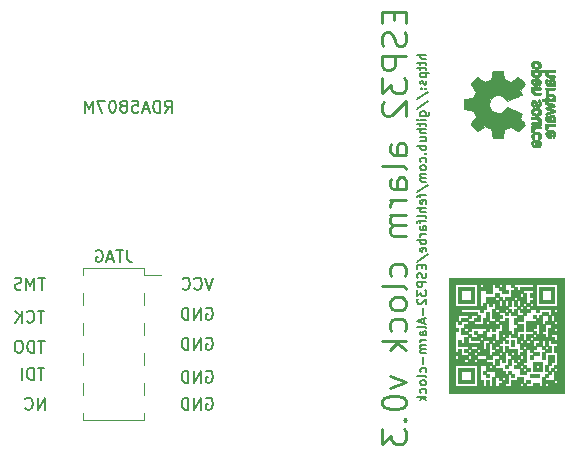
<source format=gbr>
%TF.GenerationSoftware,KiCad,Pcbnew,5.1.9-73d0e3b20d~88~ubuntu18.04.1*%
%TF.CreationDate,2021-01-11T01:03:34+01:00*%
%TF.ProjectId,mp3alarm,6d703361-6c61-4726-9d2e-6b696361645f,v0.2*%
%TF.SameCoordinates,Original*%
%TF.FileFunction,Legend,Bot*%
%TF.FilePolarity,Positive*%
%FSLAX46Y46*%
G04 Gerber Fmt 4.6, Leading zero omitted, Abs format (unit mm)*
G04 Created by KiCad (PCBNEW 5.1.9-73d0e3b20d~88~ubuntu18.04.1) date 2021-01-11 01:03:34*
%MOMM*%
%LPD*%
G01*
G04 APERTURE LIST*
%ADD10C,0.150000*%
%ADD11C,0.127000*%
%ADD12C,0.228600*%
%ADD13C,0.120000*%
%ADD14C,0.010000*%
G04 APERTURE END LIST*
D10*
X59713714Y-101798380D02*
X59713714Y-100798380D01*
X59142285Y-101798380D01*
X59142285Y-100798380D01*
X58094666Y-101703142D02*
X58142285Y-101750761D01*
X58285142Y-101798380D01*
X58380380Y-101798380D01*
X58523238Y-101750761D01*
X58618476Y-101655523D01*
X58666095Y-101560285D01*
X58713714Y-101369809D01*
X58713714Y-101226952D01*
X58666095Y-101036476D01*
X58618476Y-100941238D01*
X58523238Y-100846000D01*
X58380380Y-100798380D01*
X58285142Y-100798380D01*
X58142285Y-100846000D01*
X58094666Y-100893619D01*
X73405904Y-100846000D02*
X73501142Y-100798380D01*
X73644000Y-100798380D01*
X73786857Y-100846000D01*
X73882095Y-100941238D01*
X73929714Y-101036476D01*
X73977333Y-101226952D01*
X73977333Y-101369809D01*
X73929714Y-101560285D01*
X73882095Y-101655523D01*
X73786857Y-101750761D01*
X73644000Y-101798380D01*
X73548761Y-101798380D01*
X73405904Y-101750761D01*
X73358285Y-101703142D01*
X73358285Y-101369809D01*
X73548761Y-101369809D01*
X72929714Y-101798380D02*
X72929714Y-100798380D01*
X72358285Y-101798380D01*
X72358285Y-100798380D01*
X71882095Y-101798380D02*
X71882095Y-100798380D01*
X71644000Y-100798380D01*
X71501142Y-100846000D01*
X71405904Y-100941238D01*
X71358285Y-101036476D01*
X71310666Y-101226952D01*
X71310666Y-101369809D01*
X71358285Y-101560285D01*
X71405904Y-101655523D01*
X71501142Y-101750761D01*
X71644000Y-101798380D01*
X71882095Y-101798380D01*
X73405904Y-98560000D02*
X73501142Y-98512380D01*
X73644000Y-98512380D01*
X73786857Y-98560000D01*
X73882095Y-98655238D01*
X73929714Y-98750476D01*
X73977333Y-98940952D01*
X73977333Y-99083809D01*
X73929714Y-99274285D01*
X73882095Y-99369523D01*
X73786857Y-99464761D01*
X73644000Y-99512380D01*
X73548761Y-99512380D01*
X73405904Y-99464761D01*
X73358285Y-99417142D01*
X73358285Y-99083809D01*
X73548761Y-99083809D01*
X72929714Y-99512380D02*
X72929714Y-98512380D01*
X72358285Y-99512380D01*
X72358285Y-98512380D01*
X71882095Y-99512380D02*
X71882095Y-98512380D01*
X71644000Y-98512380D01*
X71501142Y-98560000D01*
X71405904Y-98655238D01*
X71358285Y-98750476D01*
X71310666Y-98940952D01*
X71310666Y-99083809D01*
X71358285Y-99274285D01*
X71405904Y-99369523D01*
X71501142Y-99464761D01*
X71644000Y-99512380D01*
X71882095Y-99512380D01*
X73405904Y-95766000D02*
X73501142Y-95718380D01*
X73644000Y-95718380D01*
X73786857Y-95766000D01*
X73882095Y-95861238D01*
X73929714Y-95956476D01*
X73977333Y-96146952D01*
X73977333Y-96289809D01*
X73929714Y-96480285D01*
X73882095Y-96575523D01*
X73786857Y-96670761D01*
X73644000Y-96718380D01*
X73548761Y-96718380D01*
X73405904Y-96670761D01*
X73358285Y-96623142D01*
X73358285Y-96289809D01*
X73548761Y-96289809D01*
X72929714Y-96718380D02*
X72929714Y-95718380D01*
X72358285Y-96718380D01*
X72358285Y-95718380D01*
X71882095Y-96718380D02*
X71882095Y-95718380D01*
X71644000Y-95718380D01*
X71501142Y-95766000D01*
X71405904Y-95861238D01*
X71358285Y-95956476D01*
X71310666Y-96146952D01*
X71310666Y-96289809D01*
X71358285Y-96480285D01*
X71405904Y-96575523D01*
X71501142Y-96670761D01*
X71644000Y-96718380D01*
X71882095Y-96718380D01*
X73405904Y-93226000D02*
X73501142Y-93178380D01*
X73644000Y-93178380D01*
X73786857Y-93226000D01*
X73882095Y-93321238D01*
X73929714Y-93416476D01*
X73977333Y-93606952D01*
X73977333Y-93749809D01*
X73929714Y-93940285D01*
X73882095Y-94035523D01*
X73786857Y-94130761D01*
X73644000Y-94178380D01*
X73548761Y-94178380D01*
X73405904Y-94130761D01*
X73358285Y-94083142D01*
X73358285Y-93749809D01*
X73548761Y-93749809D01*
X72929714Y-94178380D02*
X72929714Y-93178380D01*
X72358285Y-94178380D01*
X72358285Y-93178380D01*
X71882095Y-94178380D02*
X71882095Y-93178380D01*
X71644000Y-93178380D01*
X71501142Y-93226000D01*
X71405904Y-93321238D01*
X71358285Y-93416476D01*
X71310666Y-93606952D01*
X71310666Y-93749809D01*
X71358285Y-93940285D01*
X71405904Y-94035523D01*
X71501142Y-94130761D01*
X71644000Y-94178380D01*
X71882095Y-94178380D01*
X73977333Y-90638380D02*
X73644000Y-91638380D01*
X73310666Y-90638380D01*
X72405904Y-91543142D02*
X72453523Y-91590761D01*
X72596380Y-91638380D01*
X72691619Y-91638380D01*
X72834476Y-91590761D01*
X72929714Y-91495523D01*
X72977333Y-91400285D01*
X73024952Y-91209809D01*
X73024952Y-91066952D01*
X72977333Y-90876476D01*
X72929714Y-90781238D01*
X72834476Y-90686000D01*
X72691619Y-90638380D01*
X72596380Y-90638380D01*
X72453523Y-90686000D01*
X72405904Y-90733619D01*
X71405904Y-91543142D02*
X71453523Y-91590761D01*
X71596380Y-91638380D01*
X71691619Y-91638380D01*
X71834476Y-91590761D01*
X71929714Y-91495523D01*
X71977333Y-91400285D01*
X72024952Y-91209809D01*
X72024952Y-91066952D01*
X71977333Y-90876476D01*
X71929714Y-90781238D01*
X71834476Y-90686000D01*
X71691619Y-90638380D01*
X71596380Y-90638380D01*
X71453523Y-90686000D01*
X71405904Y-90733619D01*
X59697809Y-98258380D02*
X59126380Y-98258380D01*
X59412095Y-99258380D02*
X59412095Y-98258380D01*
X58793047Y-99258380D02*
X58793047Y-98258380D01*
X58554952Y-98258380D01*
X58412095Y-98306000D01*
X58316857Y-98401238D01*
X58269238Y-98496476D01*
X58221619Y-98686952D01*
X58221619Y-98829809D01*
X58269238Y-99020285D01*
X58316857Y-99115523D01*
X58412095Y-99210761D01*
X58554952Y-99258380D01*
X58793047Y-99258380D01*
X57793047Y-99258380D02*
X57793047Y-98258380D01*
X59729523Y-95972380D02*
X59158095Y-95972380D01*
X59443809Y-96972380D02*
X59443809Y-95972380D01*
X58824761Y-96972380D02*
X58824761Y-95972380D01*
X58586666Y-95972380D01*
X58443809Y-96020000D01*
X58348571Y-96115238D01*
X58300952Y-96210476D01*
X58253333Y-96400952D01*
X58253333Y-96543809D01*
X58300952Y-96734285D01*
X58348571Y-96829523D01*
X58443809Y-96924761D01*
X58586666Y-96972380D01*
X58824761Y-96972380D01*
X57634285Y-95972380D02*
X57443809Y-95972380D01*
X57348571Y-96020000D01*
X57253333Y-96115238D01*
X57205714Y-96305714D01*
X57205714Y-96639047D01*
X57253333Y-96829523D01*
X57348571Y-96924761D01*
X57443809Y-96972380D01*
X57634285Y-96972380D01*
X57729523Y-96924761D01*
X57824761Y-96829523D01*
X57872380Y-96639047D01*
X57872380Y-96305714D01*
X57824761Y-96115238D01*
X57729523Y-96020000D01*
X57634285Y-95972380D01*
X59705714Y-93432380D02*
X59134285Y-93432380D01*
X59420000Y-94432380D02*
X59420000Y-93432380D01*
X58229523Y-94337142D02*
X58277142Y-94384761D01*
X58420000Y-94432380D01*
X58515238Y-94432380D01*
X58658095Y-94384761D01*
X58753333Y-94289523D01*
X58800952Y-94194285D01*
X58848571Y-94003809D01*
X58848571Y-93860952D01*
X58800952Y-93670476D01*
X58753333Y-93575238D01*
X58658095Y-93480000D01*
X58515238Y-93432380D01*
X58420000Y-93432380D01*
X58277142Y-93480000D01*
X58229523Y-93527619D01*
X57800952Y-94432380D02*
X57800952Y-93432380D01*
X57229523Y-94432380D02*
X57658095Y-93860952D01*
X57229523Y-93432380D02*
X57800952Y-94003809D01*
X59753333Y-90638380D02*
X59181904Y-90638380D01*
X59467619Y-91638380D02*
X59467619Y-90638380D01*
X58848571Y-91638380D02*
X58848571Y-90638380D01*
X58515238Y-91352666D01*
X58181904Y-90638380D01*
X58181904Y-91638380D01*
X57753333Y-91590761D02*
X57610476Y-91638380D01*
X57372380Y-91638380D01*
X57277142Y-91590761D01*
X57229523Y-91543142D01*
X57181904Y-91447904D01*
X57181904Y-91352666D01*
X57229523Y-91257428D01*
X57277142Y-91209809D01*
X57372380Y-91162190D01*
X57562857Y-91114571D01*
X57658095Y-91066952D01*
X57705714Y-91019333D01*
X57753333Y-90924095D01*
X57753333Y-90828857D01*
X57705714Y-90733619D01*
X57658095Y-90686000D01*
X57562857Y-90638380D01*
X57324761Y-90638380D01*
X57181904Y-90686000D01*
X69897238Y-76652380D02*
X70230571Y-76176190D01*
X70468666Y-76652380D02*
X70468666Y-75652380D01*
X70087714Y-75652380D01*
X69992476Y-75700000D01*
X69944857Y-75747619D01*
X69897238Y-75842857D01*
X69897238Y-75985714D01*
X69944857Y-76080952D01*
X69992476Y-76128571D01*
X70087714Y-76176190D01*
X70468666Y-76176190D01*
X69468666Y-76652380D02*
X69468666Y-75652380D01*
X69230571Y-75652380D01*
X69087714Y-75700000D01*
X68992476Y-75795238D01*
X68944857Y-75890476D01*
X68897238Y-76080952D01*
X68897238Y-76223809D01*
X68944857Y-76414285D01*
X68992476Y-76509523D01*
X69087714Y-76604761D01*
X69230571Y-76652380D01*
X69468666Y-76652380D01*
X68516285Y-76366666D02*
X68040095Y-76366666D01*
X68611523Y-76652380D02*
X68278190Y-75652380D01*
X67944857Y-76652380D01*
X67135333Y-75652380D02*
X67611523Y-75652380D01*
X67659142Y-76128571D01*
X67611523Y-76080952D01*
X67516285Y-76033333D01*
X67278190Y-76033333D01*
X67182952Y-76080952D01*
X67135333Y-76128571D01*
X67087714Y-76223809D01*
X67087714Y-76461904D01*
X67135333Y-76557142D01*
X67182952Y-76604761D01*
X67278190Y-76652380D01*
X67516285Y-76652380D01*
X67611523Y-76604761D01*
X67659142Y-76557142D01*
X66516285Y-76080952D02*
X66611523Y-76033333D01*
X66659142Y-75985714D01*
X66706761Y-75890476D01*
X66706761Y-75842857D01*
X66659142Y-75747619D01*
X66611523Y-75700000D01*
X66516285Y-75652380D01*
X66325809Y-75652380D01*
X66230571Y-75700000D01*
X66182952Y-75747619D01*
X66135333Y-75842857D01*
X66135333Y-75890476D01*
X66182952Y-75985714D01*
X66230571Y-76033333D01*
X66325809Y-76080952D01*
X66516285Y-76080952D01*
X66611523Y-76128571D01*
X66659142Y-76176190D01*
X66706761Y-76271428D01*
X66706761Y-76461904D01*
X66659142Y-76557142D01*
X66611523Y-76604761D01*
X66516285Y-76652380D01*
X66325809Y-76652380D01*
X66230571Y-76604761D01*
X66182952Y-76557142D01*
X66135333Y-76461904D01*
X66135333Y-76271428D01*
X66182952Y-76176190D01*
X66230571Y-76128571D01*
X66325809Y-76080952D01*
X65516285Y-75652380D02*
X65421047Y-75652380D01*
X65325809Y-75700000D01*
X65278190Y-75747619D01*
X65230571Y-75842857D01*
X65182952Y-76033333D01*
X65182952Y-76271428D01*
X65230571Y-76461904D01*
X65278190Y-76557142D01*
X65325809Y-76604761D01*
X65421047Y-76652380D01*
X65516285Y-76652380D01*
X65611523Y-76604761D01*
X65659142Y-76557142D01*
X65706761Y-76461904D01*
X65754380Y-76271428D01*
X65754380Y-76033333D01*
X65706761Y-75842857D01*
X65659142Y-75747619D01*
X65611523Y-75700000D01*
X65516285Y-75652380D01*
X64849619Y-75652380D02*
X64182952Y-75652380D01*
X64611523Y-76652380D01*
X63802000Y-76652380D02*
X63802000Y-75652380D01*
X63468666Y-76366666D01*
X63135333Y-75652380D01*
X63135333Y-76652380D01*
D11*
X92038714Y-71755000D02*
X91276714Y-71755000D01*
X92038714Y-72081571D02*
X91639571Y-72081571D01*
X91567000Y-72045285D01*
X91530714Y-71972714D01*
X91530714Y-71863857D01*
X91567000Y-71791285D01*
X91603285Y-71755000D01*
X91530714Y-72335571D02*
X91530714Y-72625857D01*
X91276714Y-72444428D02*
X91929857Y-72444428D01*
X92002428Y-72480714D01*
X92038714Y-72553285D01*
X92038714Y-72625857D01*
X91530714Y-72771000D02*
X91530714Y-73061285D01*
X91276714Y-72879857D02*
X91929857Y-72879857D01*
X92002428Y-72916142D01*
X92038714Y-72988714D01*
X92038714Y-73061285D01*
X91530714Y-73315285D02*
X92292714Y-73315285D01*
X91567000Y-73315285D02*
X91530714Y-73387857D01*
X91530714Y-73533000D01*
X91567000Y-73605571D01*
X91603285Y-73641857D01*
X91675857Y-73678142D01*
X91893571Y-73678142D01*
X91966142Y-73641857D01*
X92002428Y-73605571D01*
X92038714Y-73533000D01*
X92038714Y-73387857D01*
X92002428Y-73315285D01*
X92002428Y-73968428D02*
X92038714Y-74041000D01*
X92038714Y-74186142D01*
X92002428Y-74258714D01*
X91929857Y-74295000D01*
X91893571Y-74295000D01*
X91821000Y-74258714D01*
X91784714Y-74186142D01*
X91784714Y-74077285D01*
X91748428Y-74004714D01*
X91675857Y-73968428D01*
X91639571Y-73968428D01*
X91567000Y-74004714D01*
X91530714Y-74077285D01*
X91530714Y-74186142D01*
X91567000Y-74258714D01*
X91966142Y-74621571D02*
X92002428Y-74657857D01*
X92038714Y-74621571D01*
X92002428Y-74585285D01*
X91966142Y-74621571D01*
X92038714Y-74621571D01*
X91567000Y-74621571D02*
X91603285Y-74657857D01*
X91639571Y-74621571D01*
X91603285Y-74585285D01*
X91567000Y-74621571D01*
X91639571Y-74621571D01*
X91240428Y-75528714D02*
X92220142Y-74875571D01*
X91240428Y-76327000D02*
X92220142Y-75673857D01*
X91530714Y-76907571D02*
X92147571Y-76907571D01*
X92220142Y-76871285D01*
X92256428Y-76835000D01*
X92292714Y-76762428D01*
X92292714Y-76653571D01*
X92256428Y-76581000D01*
X92002428Y-76907571D02*
X92038714Y-76835000D01*
X92038714Y-76689857D01*
X92002428Y-76617285D01*
X91966142Y-76581000D01*
X91893571Y-76544714D01*
X91675857Y-76544714D01*
X91603285Y-76581000D01*
X91567000Y-76617285D01*
X91530714Y-76689857D01*
X91530714Y-76835000D01*
X91567000Y-76907571D01*
X92038714Y-77270428D02*
X91530714Y-77270428D01*
X91276714Y-77270428D02*
X91313000Y-77234142D01*
X91349285Y-77270428D01*
X91313000Y-77306714D01*
X91276714Y-77270428D01*
X91349285Y-77270428D01*
X91530714Y-77524428D02*
X91530714Y-77814714D01*
X91276714Y-77633285D02*
X91929857Y-77633285D01*
X92002428Y-77669571D01*
X92038714Y-77742142D01*
X92038714Y-77814714D01*
X92038714Y-78068714D02*
X91276714Y-78068714D01*
X92038714Y-78395285D02*
X91639571Y-78395285D01*
X91567000Y-78359000D01*
X91530714Y-78286428D01*
X91530714Y-78177571D01*
X91567000Y-78105000D01*
X91603285Y-78068714D01*
X91530714Y-79084714D02*
X92038714Y-79084714D01*
X91530714Y-78758142D02*
X91929857Y-78758142D01*
X92002428Y-78794428D01*
X92038714Y-78866999D01*
X92038714Y-78975857D01*
X92002428Y-79048428D01*
X91966142Y-79084714D01*
X92038714Y-79447571D02*
X91276714Y-79447571D01*
X91567000Y-79447571D02*
X91530714Y-79520142D01*
X91530714Y-79665285D01*
X91567000Y-79737857D01*
X91603285Y-79774142D01*
X91675857Y-79810428D01*
X91893571Y-79810428D01*
X91966142Y-79774142D01*
X92002428Y-79737857D01*
X92038714Y-79665285D01*
X92038714Y-79520142D01*
X92002428Y-79447571D01*
X91966142Y-80136999D02*
X92002428Y-80173285D01*
X92038714Y-80136999D01*
X92002428Y-80100714D01*
X91966142Y-80136999D01*
X92038714Y-80136999D01*
X92002428Y-80826428D02*
X92038714Y-80753857D01*
X92038714Y-80608714D01*
X92002428Y-80536142D01*
X91966142Y-80499857D01*
X91893571Y-80463571D01*
X91675857Y-80463571D01*
X91603285Y-80499857D01*
X91567000Y-80536142D01*
X91530714Y-80608714D01*
X91530714Y-80753857D01*
X91567000Y-80826428D01*
X92038714Y-81261857D02*
X92002428Y-81189285D01*
X91966142Y-81152999D01*
X91893571Y-81116714D01*
X91675857Y-81116714D01*
X91603285Y-81152999D01*
X91567000Y-81189285D01*
X91530714Y-81261857D01*
X91530714Y-81370714D01*
X91567000Y-81443285D01*
X91603285Y-81479571D01*
X91675857Y-81515857D01*
X91893571Y-81515857D01*
X91966142Y-81479571D01*
X92002428Y-81443285D01*
X92038714Y-81370714D01*
X92038714Y-81261857D01*
X92038714Y-81842428D02*
X91530714Y-81842428D01*
X91603285Y-81842428D02*
X91567000Y-81878714D01*
X91530714Y-81951285D01*
X91530714Y-82060142D01*
X91567000Y-82132714D01*
X91639571Y-82168999D01*
X92038714Y-82168999D01*
X91639571Y-82168999D02*
X91567000Y-82205285D01*
X91530714Y-82277857D01*
X91530714Y-82386714D01*
X91567000Y-82459285D01*
X91639571Y-82495571D01*
X92038714Y-82495571D01*
X91240428Y-83402714D02*
X92220142Y-82749571D01*
X91530714Y-83547857D02*
X91530714Y-83838142D01*
X92038714Y-83656714D02*
X91385571Y-83656714D01*
X91313000Y-83692999D01*
X91276714Y-83765571D01*
X91276714Y-83838142D01*
X92002428Y-84382428D02*
X92038714Y-84309857D01*
X92038714Y-84164714D01*
X92002428Y-84092142D01*
X91929857Y-84055857D01*
X91639571Y-84055857D01*
X91567000Y-84092142D01*
X91530714Y-84164714D01*
X91530714Y-84309857D01*
X91567000Y-84382428D01*
X91639571Y-84418714D01*
X91712142Y-84418714D01*
X91784714Y-84055857D01*
X92038714Y-84745285D02*
X91276714Y-84745285D01*
X92038714Y-85071857D02*
X91639571Y-85071857D01*
X91567000Y-85035571D01*
X91530714Y-84962999D01*
X91530714Y-84854142D01*
X91567000Y-84781571D01*
X91603285Y-84745285D01*
X92038714Y-85543571D02*
X92002428Y-85470999D01*
X91929857Y-85434714D01*
X91276714Y-85434714D01*
X91530714Y-85724999D02*
X91530714Y-86015285D01*
X92038714Y-85833857D02*
X91385571Y-85833857D01*
X91313000Y-85870142D01*
X91276714Y-85942714D01*
X91276714Y-86015285D01*
X92038714Y-86595857D02*
X91639571Y-86595857D01*
X91567000Y-86559571D01*
X91530714Y-86486999D01*
X91530714Y-86341857D01*
X91567000Y-86269285D01*
X92002428Y-86595857D02*
X92038714Y-86523285D01*
X92038714Y-86341857D01*
X92002428Y-86269285D01*
X91929857Y-86232999D01*
X91857285Y-86232999D01*
X91784714Y-86269285D01*
X91748428Y-86341857D01*
X91748428Y-86523285D01*
X91712142Y-86595857D01*
X92038714Y-86958714D02*
X91530714Y-86958714D01*
X91675857Y-86958714D02*
X91603285Y-86994999D01*
X91567000Y-87031285D01*
X91530714Y-87103857D01*
X91530714Y-87176428D01*
X92038714Y-87430428D02*
X91276714Y-87430428D01*
X91567000Y-87430428D02*
X91530714Y-87502999D01*
X91530714Y-87648142D01*
X91567000Y-87720714D01*
X91603285Y-87756999D01*
X91675857Y-87793285D01*
X91893571Y-87793285D01*
X91966142Y-87756999D01*
X92002428Y-87720714D01*
X92038714Y-87648142D01*
X92038714Y-87502999D01*
X92002428Y-87430428D01*
X92002428Y-88410142D02*
X92038714Y-88337571D01*
X92038714Y-88192428D01*
X92002428Y-88119857D01*
X91929857Y-88083571D01*
X91639571Y-88083571D01*
X91567000Y-88119857D01*
X91530714Y-88192428D01*
X91530714Y-88337571D01*
X91567000Y-88410142D01*
X91639571Y-88446428D01*
X91712142Y-88446428D01*
X91784714Y-88083571D01*
X91240428Y-89317285D02*
X92220142Y-88664142D01*
X91639571Y-89571285D02*
X91639571Y-89825285D01*
X92038714Y-89934142D02*
X92038714Y-89571285D01*
X91276714Y-89571285D01*
X91276714Y-89934142D01*
X92002428Y-90224428D02*
X92038714Y-90333285D01*
X92038714Y-90514714D01*
X92002428Y-90587285D01*
X91966142Y-90623571D01*
X91893571Y-90659857D01*
X91821000Y-90659857D01*
X91748428Y-90623571D01*
X91712142Y-90587285D01*
X91675857Y-90514714D01*
X91639571Y-90369571D01*
X91603285Y-90296999D01*
X91567000Y-90260714D01*
X91494428Y-90224428D01*
X91421857Y-90224428D01*
X91349285Y-90260714D01*
X91313000Y-90296999D01*
X91276714Y-90369571D01*
X91276714Y-90550999D01*
X91313000Y-90659857D01*
X92038714Y-90986428D02*
X91276714Y-90986428D01*
X91276714Y-91276714D01*
X91313000Y-91349285D01*
X91349285Y-91385571D01*
X91421857Y-91421857D01*
X91530714Y-91421857D01*
X91603285Y-91385571D01*
X91639571Y-91349285D01*
X91675857Y-91276714D01*
X91675857Y-90986428D01*
X91276714Y-91675857D02*
X91276714Y-92147571D01*
X91567000Y-91893571D01*
X91567000Y-92002428D01*
X91603285Y-92074999D01*
X91639571Y-92111285D01*
X91712142Y-92147571D01*
X91893571Y-92147571D01*
X91966142Y-92111285D01*
X92002428Y-92074999D01*
X92038714Y-92002428D01*
X92038714Y-91784714D01*
X92002428Y-91712142D01*
X91966142Y-91675857D01*
X91349285Y-92437857D02*
X91313000Y-92474142D01*
X91276714Y-92546714D01*
X91276714Y-92728142D01*
X91313000Y-92800714D01*
X91349285Y-92836999D01*
X91421857Y-92873285D01*
X91494428Y-92873285D01*
X91603285Y-92836999D01*
X92038714Y-92401571D01*
X92038714Y-92873285D01*
X91748428Y-93199857D02*
X91748428Y-93780428D01*
X91821000Y-94106999D02*
X91821000Y-94469857D01*
X92038714Y-94034428D02*
X91276714Y-94288428D01*
X92038714Y-94542428D01*
X92038714Y-94905285D02*
X92002428Y-94832714D01*
X91929857Y-94796428D01*
X91276714Y-94796428D01*
X92038714Y-95522142D02*
X91639571Y-95522142D01*
X91567000Y-95485857D01*
X91530714Y-95413285D01*
X91530714Y-95268142D01*
X91567000Y-95195571D01*
X92002428Y-95522142D02*
X92038714Y-95449571D01*
X92038714Y-95268142D01*
X92002428Y-95195571D01*
X91929857Y-95159285D01*
X91857285Y-95159285D01*
X91784714Y-95195571D01*
X91748428Y-95268142D01*
X91748428Y-95449571D01*
X91712142Y-95522142D01*
X92038714Y-95884999D02*
X91530714Y-95884999D01*
X91675857Y-95884999D02*
X91603285Y-95921285D01*
X91567000Y-95957571D01*
X91530714Y-96030142D01*
X91530714Y-96102714D01*
X92038714Y-96356714D02*
X91530714Y-96356714D01*
X91603285Y-96356714D02*
X91567000Y-96392999D01*
X91530714Y-96465571D01*
X91530714Y-96574428D01*
X91567000Y-96646999D01*
X91639571Y-96683285D01*
X92038714Y-96683285D01*
X91639571Y-96683285D02*
X91567000Y-96719571D01*
X91530714Y-96792142D01*
X91530714Y-96900999D01*
X91567000Y-96973571D01*
X91639571Y-97009857D01*
X92038714Y-97009857D01*
X91748428Y-97372714D02*
X91748428Y-97953285D01*
X92002428Y-98642714D02*
X92038714Y-98570142D01*
X92038714Y-98424999D01*
X92002428Y-98352428D01*
X91966142Y-98316142D01*
X91893571Y-98279857D01*
X91675857Y-98279857D01*
X91603285Y-98316142D01*
X91567000Y-98352428D01*
X91530714Y-98424999D01*
X91530714Y-98570142D01*
X91567000Y-98642714D01*
X92038714Y-99078142D02*
X92002428Y-99005571D01*
X91929857Y-98969285D01*
X91276714Y-98969285D01*
X92038714Y-99477285D02*
X92002428Y-99404714D01*
X91966142Y-99368428D01*
X91893571Y-99332142D01*
X91675857Y-99332142D01*
X91603285Y-99368428D01*
X91567000Y-99404714D01*
X91530714Y-99477285D01*
X91530714Y-99586142D01*
X91567000Y-99658714D01*
X91603285Y-99694999D01*
X91675857Y-99731285D01*
X91893571Y-99731285D01*
X91966142Y-99694999D01*
X92002428Y-99658714D01*
X92038714Y-99586142D01*
X92038714Y-99477285D01*
X92002428Y-100384428D02*
X92038714Y-100311857D01*
X92038714Y-100166714D01*
X92002428Y-100094142D01*
X91966142Y-100057857D01*
X91893571Y-100021571D01*
X91675857Y-100021571D01*
X91603285Y-100057857D01*
X91567000Y-100094142D01*
X91530714Y-100166714D01*
X91530714Y-100311857D01*
X91567000Y-100384428D01*
X92038714Y-100710999D02*
X91276714Y-100710999D01*
X91748428Y-100783571D02*
X92038714Y-101001285D01*
X91530714Y-101001285D02*
X91821000Y-100710999D01*
D12*
X89262857Y-68120380D02*
X89262857Y-68797714D01*
X90327238Y-69088000D02*
X90327238Y-68120380D01*
X88295238Y-68120380D01*
X88295238Y-69088000D01*
X90230476Y-69862095D02*
X90327238Y-70152380D01*
X90327238Y-70636190D01*
X90230476Y-70829714D01*
X90133714Y-70926476D01*
X89940190Y-71023238D01*
X89746666Y-71023238D01*
X89553142Y-70926476D01*
X89456380Y-70829714D01*
X89359619Y-70636190D01*
X89262857Y-70249142D01*
X89166095Y-70055619D01*
X89069333Y-69958857D01*
X88875809Y-69862095D01*
X88682285Y-69862095D01*
X88488761Y-69958857D01*
X88392000Y-70055619D01*
X88295238Y-70249142D01*
X88295238Y-70732952D01*
X88392000Y-71023238D01*
X90327238Y-71894095D02*
X88295238Y-71894095D01*
X88295238Y-72668190D01*
X88392000Y-72861714D01*
X88488761Y-72958476D01*
X88682285Y-73055238D01*
X88972571Y-73055238D01*
X89166095Y-72958476D01*
X89262857Y-72861714D01*
X89359619Y-72668190D01*
X89359619Y-71894095D01*
X88295238Y-73732571D02*
X88295238Y-74990476D01*
X89069333Y-74313142D01*
X89069333Y-74603428D01*
X89166095Y-74796952D01*
X89262857Y-74893714D01*
X89456380Y-74990476D01*
X89940190Y-74990476D01*
X90133714Y-74893714D01*
X90230476Y-74796952D01*
X90327238Y-74603428D01*
X90327238Y-74022857D01*
X90230476Y-73829333D01*
X90133714Y-73732571D01*
X88488761Y-75764571D02*
X88392000Y-75861333D01*
X88295238Y-76054857D01*
X88295238Y-76538666D01*
X88392000Y-76732190D01*
X88488761Y-76828952D01*
X88682285Y-76925714D01*
X88875809Y-76925714D01*
X89166095Y-76828952D01*
X90327238Y-75667809D01*
X90327238Y-76925714D01*
X90327238Y-80215619D02*
X89262857Y-80215619D01*
X89069333Y-80118857D01*
X88972571Y-79925333D01*
X88972571Y-79538285D01*
X89069333Y-79344761D01*
X90230476Y-80215619D02*
X90327238Y-80022095D01*
X90327238Y-79538285D01*
X90230476Y-79344761D01*
X90036952Y-79248000D01*
X89843428Y-79248000D01*
X89649904Y-79344761D01*
X89553142Y-79538285D01*
X89553142Y-80022095D01*
X89456380Y-80215619D01*
X90327238Y-81473523D02*
X90230476Y-81280000D01*
X90036952Y-81183238D01*
X88295238Y-81183238D01*
X90327238Y-83118476D02*
X89262857Y-83118476D01*
X89069333Y-83021714D01*
X88972571Y-82828190D01*
X88972571Y-82441142D01*
X89069333Y-82247619D01*
X90230476Y-83118476D02*
X90327238Y-82924952D01*
X90327238Y-82441142D01*
X90230476Y-82247619D01*
X90036952Y-82150857D01*
X89843428Y-82150857D01*
X89649904Y-82247619D01*
X89553142Y-82441142D01*
X89553142Y-82924952D01*
X89456380Y-83118476D01*
X90327238Y-84086095D02*
X88972571Y-84086095D01*
X89359619Y-84086095D02*
X89166095Y-84182857D01*
X89069333Y-84279619D01*
X88972571Y-84473142D01*
X88972571Y-84666666D01*
X90327238Y-85344000D02*
X88972571Y-85344000D01*
X89166095Y-85344000D02*
X89069333Y-85440761D01*
X88972571Y-85634285D01*
X88972571Y-85924571D01*
X89069333Y-86118095D01*
X89262857Y-86214857D01*
X90327238Y-86214857D01*
X89262857Y-86214857D02*
X89069333Y-86311619D01*
X88972571Y-86505142D01*
X88972571Y-86795428D01*
X89069333Y-86988952D01*
X89262857Y-87085714D01*
X90327238Y-87085714D01*
X90230476Y-90472380D02*
X90327238Y-90278857D01*
X90327238Y-89891809D01*
X90230476Y-89698285D01*
X90133714Y-89601523D01*
X89940190Y-89504761D01*
X89359619Y-89504761D01*
X89166095Y-89601523D01*
X89069333Y-89698285D01*
X88972571Y-89891809D01*
X88972571Y-90278857D01*
X89069333Y-90472380D01*
X90327238Y-91633523D02*
X90230476Y-91440000D01*
X90036952Y-91343238D01*
X88295238Y-91343238D01*
X90327238Y-92697904D02*
X90230476Y-92504380D01*
X90133714Y-92407619D01*
X89940190Y-92310857D01*
X89359619Y-92310857D01*
X89166095Y-92407619D01*
X89069333Y-92504380D01*
X88972571Y-92697904D01*
X88972571Y-92988190D01*
X89069333Y-93181714D01*
X89166095Y-93278476D01*
X89359619Y-93375238D01*
X89940190Y-93375238D01*
X90133714Y-93278476D01*
X90230476Y-93181714D01*
X90327238Y-92988190D01*
X90327238Y-92697904D01*
X90230476Y-95116952D02*
X90327238Y-94923428D01*
X90327238Y-94536380D01*
X90230476Y-94342857D01*
X90133714Y-94246095D01*
X89940190Y-94149333D01*
X89359619Y-94149333D01*
X89166095Y-94246095D01*
X89069333Y-94342857D01*
X88972571Y-94536380D01*
X88972571Y-94923428D01*
X89069333Y-95116952D01*
X90327238Y-95987809D02*
X88295238Y-95987809D01*
X89553142Y-96181333D02*
X90327238Y-96761904D01*
X88972571Y-96761904D02*
X89746666Y-95987809D01*
X88972571Y-98987428D02*
X90327238Y-99471238D01*
X88972571Y-99955047D01*
X88295238Y-101116190D02*
X88295238Y-101309714D01*
X88392000Y-101503238D01*
X88488761Y-101600000D01*
X88682285Y-101696761D01*
X89069333Y-101793523D01*
X89553142Y-101793523D01*
X89940190Y-101696761D01*
X90133714Y-101600000D01*
X90230476Y-101503238D01*
X90327238Y-101309714D01*
X90327238Y-101116190D01*
X90230476Y-100922666D01*
X90133714Y-100825904D01*
X89940190Y-100729142D01*
X89553142Y-100632380D01*
X89069333Y-100632380D01*
X88682285Y-100729142D01*
X88488761Y-100825904D01*
X88392000Y-100922666D01*
X88295238Y-101116190D01*
X90133714Y-102664380D02*
X90230476Y-102761142D01*
X90327238Y-102664380D01*
X90230476Y-102567619D01*
X90133714Y-102664380D01*
X90327238Y-102664380D01*
X88295238Y-103438476D02*
X88295238Y-104696380D01*
X89069333Y-104019047D01*
X89069333Y-104309333D01*
X89166095Y-104502857D01*
X89262857Y-104599619D01*
X89456380Y-104696380D01*
X89940190Y-104696380D01*
X90133714Y-104599619D01*
X90230476Y-104502857D01*
X90327238Y-104309333D01*
X90327238Y-103728761D01*
X90230476Y-103535238D01*
X90133714Y-103438476D01*
D13*
%TO.C,JTAG*%
X62932000Y-99566000D02*
X62932000Y-100586000D01*
X68132000Y-99566000D02*
X68132000Y-100586000D01*
X62932000Y-97026000D02*
X62932000Y-98046000D01*
X68132000Y-97026000D02*
X68132000Y-98046000D01*
X62932000Y-94486000D02*
X62932000Y-95506000D01*
X68132000Y-94486000D02*
X68132000Y-95506000D01*
X62932000Y-91946000D02*
X62932000Y-92966000D01*
X68132000Y-91946000D02*
X68132000Y-92966000D01*
X62932000Y-102106000D02*
X62932000Y-102676000D01*
X68132000Y-102106000D02*
X68132000Y-102676000D01*
X62932000Y-89856000D02*
X62932000Y-90426000D01*
X68132000Y-89856000D02*
X68132000Y-90426000D01*
X69572000Y-90426000D02*
X68132000Y-90426000D01*
X68132000Y-102676000D02*
X62932000Y-102676000D01*
X68132000Y-89856000D02*
X62932000Y-89856000D01*
D14*
%TO.C,G\u002A\u002A\u002A*%
G36*
X103665866Y-100363866D02*
G01*
X103665866Y-90652600D01*
X101303666Y-90652600D01*
X101303666Y-91177533D01*
X103140933Y-91177533D01*
X103140933Y-93014800D01*
X102878466Y-93014800D01*
X102878466Y-93277266D01*
X103140933Y-93277266D01*
X103140933Y-93539733D01*
X102878466Y-93539733D01*
X102878466Y-93277266D01*
X102878466Y-93014800D01*
X101303666Y-93014800D01*
X101303666Y-91177533D01*
X101303666Y-90652600D01*
X99466400Y-90652600D01*
X99466400Y-91177533D01*
X101041199Y-91177533D01*
X101041199Y-91440000D01*
X99991333Y-91440000D01*
X99991333Y-91702466D01*
X99991333Y-91964933D01*
X100253800Y-91964933D01*
X100253800Y-92227400D01*
X99991333Y-92227400D01*
X99991333Y-91964933D01*
X99991333Y-91702466D01*
X99728866Y-91702466D01*
X99728866Y-91440000D01*
X99466400Y-91440000D01*
X99466400Y-91177533D01*
X99466400Y-90652600D01*
X98679000Y-90652600D01*
X98679000Y-91177533D01*
X99203933Y-91177533D01*
X99203933Y-91440000D01*
X99466400Y-91440000D01*
X99466400Y-91702466D01*
X99203933Y-91702466D01*
X99203933Y-92227400D01*
X98679000Y-92227400D01*
X98679000Y-92489866D01*
X98941466Y-92489866D01*
X98941466Y-93014800D01*
X99203933Y-93014800D01*
X99203933Y-92489866D01*
X99466400Y-92489866D01*
X99466400Y-92227400D01*
X99728866Y-92227400D01*
X99728866Y-92489866D01*
X99991333Y-92489866D01*
X99991333Y-93014800D01*
X100253800Y-93014800D01*
X100253800Y-92752333D01*
X100516266Y-92752333D01*
X100516266Y-91964933D01*
X100253800Y-91964933D01*
X100253800Y-91702466D01*
X101041199Y-91702466D01*
X101041199Y-91964933D01*
X100778733Y-91964933D01*
X100778733Y-92227400D01*
X101041199Y-92227400D01*
X101041199Y-92489866D01*
X100778733Y-92489866D01*
X100778733Y-92752333D01*
X101041199Y-92752333D01*
X101041199Y-93014800D01*
X100778733Y-93014800D01*
X100778733Y-93277266D01*
X101303666Y-93277266D01*
X101303666Y-93539733D01*
X101566133Y-93539733D01*
X101566133Y-93277266D01*
X102616000Y-93277266D01*
X102616000Y-93802200D01*
X102878466Y-93802200D01*
X102878466Y-94327133D01*
X103140933Y-94327133D01*
X103140933Y-94589599D01*
X102878466Y-94589599D01*
X102878466Y-94852066D01*
X103140933Y-94852066D01*
X103140933Y-95114533D01*
X102878466Y-95114533D01*
X102878466Y-94852066D01*
X102878466Y-94589599D01*
X102878466Y-94327133D01*
X102616000Y-94327133D01*
X102616000Y-93802200D01*
X102353533Y-93802200D01*
X102353533Y-94327133D01*
X102091066Y-94327133D01*
X102091066Y-94589599D01*
X102616000Y-94589599D01*
X102616000Y-94852066D01*
X102616000Y-95377000D01*
X103140933Y-95377000D01*
X103140933Y-95901933D01*
X102878466Y-95901933D01*
X102878466Y-95639466D01*
X102616000Y-95639466D01*
X102616000Y-95377000D01*
X102616000Y-94852066D01*
X102353533Y-94852066D01*
X102353533Y-95639466D01*
X102091066Y-95639466D01*
X102091066Y-95377000D01*
X101828599Y-95377000D01*
X101828599Y-95114533D01*
X102091066Y-95114533D01*
X102091066Y-94589599D01*
X101828599Y-94589599D01*
X101828599Y-93802200D01*
X101566133Y-93802200D01*
X101566133Y-94064666D01*
X101303666Y-94064666D01*
X101303666Y-94327133D01*
X100516266Y-94327133D01*
X100516266Y-95114533D01*
X101041199Y-95114533D01*
X101041199Y-94852066D01*
X101303666Y-94852066D01*
X101303666Y-94589599D01*
X101566133Y-94589599D01*
X101566133Y-95377000D01*
X101303666Y-95377000D01*
X101303666Y-95639466D01*
X101041199Y-95639466D01*
X101041199Y-95901933D01*
X101566133Y-95901933D01*
X101566133Y-96164400D01*
X101303666Y-96164400D01*
X101303666Y-96426866D01*
X101828599Y-96426866D01*
X101828599Y-95901933D01*
X102091066Y-95901933D01*
X102091066Y-96426866D01*
X102353533Y-96426866D01*
X102353533Y-95901933D01*
X102616000Y-95901933D01*
X102616000Y-96164400D01*
X103140933Y-96164400D01*
X103140933Y-96426866D01*
X102878466Y-96426866D01*
X102878466Y-96951800D01*
X103140933Y-96951800D01*
X103140933Y-98001666D01*
X102878466Y-98001666D01*
X102878466Y-98264133D01*
X103140933Y-98264133D01*
X103140933Y-98526599D01*
X102878466Y-98526599D01*
X102878466Y-99314000D01*
X103140933Y-99314000D01*
X103140933Y-99576466D01*
X102878466Y-99576466D01*
X102878466Y-99314000D01*
X102091066Y-99314000D01*
X102091066Y-99576466D01*
X102353533Y-99576466D01*
X102353533Y-99838933D01*
X102091066Y-99838933D01*
X102091066Y-99576466D01*
X102091066Y-99314000D01*
X102091066Y-99051533D01*
X101828599Y-99051533D01*
X101828599Y-99838933D01*
X101566133Y-99838933D01*
X101566133Y-99576466D01*
X101041199Y-99576466D01*
X101041199Y-99838933D01*
X100516266Y-99838933D01*
X100516266Y-99576466D01*
X100253800Y-99576466D01*
X100253800Y-99051533D01*
X99991333Y-99051533D01*
X99991333Y-99576466D01*
X100253800Y-99576466D01*
X100253800Y-99838933D01*
X99991333Y-99838933D01*
X99991333Y-99576466D01*
X99991333Y-99051533D01*
X99728866Y-99051533D01*
X99728866Y-99314000D01*
X99203933Y-99314000D01*
X99203933Y-99838933D01*
X98679000Y-99838933D01*
X98679000Y-99576466D01*
X98941466Y-99576466D01*
X98941466Y-98789066D01*
X98679000Y-98789066D01*
X98679000Y-98526599D01*
X98416533Y-98526599D01*
X98416533Y-99051533D01*
X98679000Y-99051533D01*
X98679000Y-99314000D01*
X98416533Y-99314000D01*
X98416533Y-99051533D01*
X98416533Y-98526599D01*
X98416533Y-98264133D01*
X97891599Y-98264133D01*
X97891599Y-98001666D01*
X97629133Y-98001666D01*
X97629133Y-97739199D01*
X97366666Y-97739199D01*
X97366666Y-98001666D01*
X97629133Y-98001666D01*
X97629133Y-98264133D01*
X97366666Y-98264133D01*
X97366666Y-98001666D01*
X97366666Y-97739199D01*
X97104200Y-97739199D01*
X97104200Y-97476733D01*
X96579266Y-97476733D01*
X96579266Y-98001666D01*
X97104200Y-98001666D01*
X97104200Y-98526599D01*
X97891599Y-98526599D01*
X97891599Y-99051533D01*
X98154066Y-99051533D01*
X98154066Y-99314000D01*
X98416533Y-99314000D01*
X98416533Y-99576466D01*
X98154066Y-99576466D01*
X98154066Y-99838933D01*
X97891599Y-99838933D01*
X97891599Y-99051533D01*
X97629133Y-99051533D01*
X97629133Y-99838933D01*
X97366666Y-99838933D01*
X97366666Y-99314000D01*
X97104200Y-99314000D01*
X97104200Y-99838933D01*
X96841733Y-99838933D01*
X96841733Y-99314000D01*
X96579266Y-99314000D01*
X96579266Y-98001666D01*
X96579266Y-97476733D01*
X96316800Y-97476733D01*
X96316800Y-97214266D01*
X96054333Y-97214266D01*
X96054333Y-97476733D01*
X96316800Y-97476733D01*
X96316800Y-97739199D01*
X96054333Y-97739199D01*
X96054333Y-97476733D01*
X96054333Y-97214266D01*
X96054333Y-96951800D01*
X96316800Y-96951800D01*
X96316800Y-96689333D01*
X95791866Y-96689333D01*
X95791866Y-96951800D01*
X95529400Y-96951800D01*
X95529400Y-97214266D01*
X95791866Y-97214266D01*
X95791866Y-97476733D01*
X95529400Y-97476733D01*
X95529400Y-97214266D01*
X95266933Y-97214266D01*
X95266933Y-97476733D01*
X95529400Y-97476733D01*
X95529400Y-97739199D01*
X95266933Y-97739199D01*
X95266933Y-97476733D01*
X95266933Y-97214266D01*
X95004466Y-97214266D01*
X95004466Y-96689333D01*
X94742000Y-96689333D01*
X94742000Y-96951800D01*
X94479533Y-96951800D01*
X94479533Y-97214266D01*
X94742000Y-97214266D01*
X94742000Y-97476733D01*
X94479533Y-97476733D01*
X94479533Y-98001666D01*
X96316800Y-98001666D01*
X96316800Y-99838933D01*
X94479533Y-99838933D01*
X94479533Y-98001666D01*
X94479533Y-97476733D01*
X94479533Y-97214266D01*
X94479533Y-96951800D01*
X94479533Y-95114533D01*
X94742000Y-95114533D01*
X94742000Y-94852066D01*
X94479533Y-94852066D01*
X94479533Y-94327133D01*
X94742000Y-94327133D01*
X94742000Y-93802200D01*
X95529400Y-93802200D01*
X95529400Y-94064666D01*
X95791866Y-94064666D01*
X95791866Y-93802200D01*
X96316800Y-93802200D01*
X96316800Y-93539733D01*
X95004466Y-93539733D01*
X95004466Y-93277266D01*
X96579266Y-93277266D01*
X96579266Y-93539733D01*
X96841733Y-93539733D01*
X96841733Y-93277266D01*
X97104200Y-93277266D01*
X97104200Y-92752333D01*
X96841733Y-92752333D01*
X96841733Y-93014800D01*
X96579266Y-93014800D01*
X96579266Y-91702466D01*
X97104200Y-91702466D01*
X97104200Y-91964933D01*
X97629133Y-91964933D01*
X97629133Y-91177533D01*
X97891599Y-91177533D01*
X97891599Y-91440000D01*
X98154066Y-91440000D01*
X98154066Y-91702466D01*
X98416533Y-91702466D01*
X98416533Y-91964933D01*
X98941466Y-91964933D01*
X98941466Y-91702466D01*
X98679000Y-91702466D01*
X98679000Y-91177533D01*
X98679000Y-90652600D01*
X98154066Y-90652600D01*
X98154066Y-91177533D01*
X98416533Y-91177533D01*
X98416533Y-91440000D01*
X98154066Y-91440000D01*
X98154066Y-91177533D01*
X98154066Y-90652600D01*
X96579266Y-90652600D01*
X96579266Y-91177533D01*
X96841733Y-91177533D01*
X96841733Y-91440000D01*
X96579266Y-91440000D01*
X96579266Y-91177533D01*
X96579266Y-90652600D01*
X94479533Y-90652600D01*
X94479533Y-91177533D01*
X96316800Y-91177533D01*
X96316800Y-93014800D01*
X94479533Y-93014800D01*
X94479533Y-91177533D01*
X94479533Y-90652600D01*
X93954600Y-90652600D01*
X93954600Y-100363866D01*
X103665866Y-100363866D01*
G37*
X103665866Y-100363866D02*
X103665866Y-90652600D01*
X101303666Y-90652600D01*
X101303666Y-91177533D01*
X103140933Y-91177533D01*
X103140933Y-93014800D01*
X102878466Y-93014800D01*
X102878466Y-93277266D01*
X103140933Y-93277266D01*
X103140933Y-93539733D01*
X102878466Y-93539733D01*
X102878466Y-93277266D01*
X102878466Y-93014800D01*
X101303666Y-93014800D01*
X101303666Y-91177533D01*
X101303666Y-90652600D01*
X99466400Y-90652600D01*
X99466400Y-91177533D01*
X101041199Y-91177533D01*
X101041199Y-91440000D01*
X99991333Y-91440000D01*
X99991333Y-91702466D01*
X99991333Y-91964933D01*
X100253800Y-91964933D01*
X100253800Y-92227400D01*
X99991333Y-92227400D01*
X99991333Y-91964933D01*
X99991333Y-91702466D01*
X99728866Y-91702466D01*
X99728866Y-91440000D01*
X99466400Y-91440000D01*
X99466400Y-91177533D01*
X99466400Y-90652600D01*
X98679000Y-90652600D01*
X98679000Y-91177533D01*
X99203933Y-91177533D01*
X99203933Y-91440000D01*
X99466400Y-91440000D01*
X99466400Y-91702466D01*
X99203933Y-91702466D01*
X99203933Y-92227400D01*
X98679000Y-92227400D01*
X98679000Y-92489866D01*
X98941466Y-92489866D01*
X98941466Y-93014800D01*
X99203933Y-93014800D01*
X99203933Y-92489866D01*
X99466400Y-92489866D01*
X99466400Y-92227400D01*
X99728866Y-92227400D01*
X99728866Y-92489866D01*
X99991333Y-92489866D01*
X99991333Y-93014800D01*
X100253800Y-93014800D01*
X100253800Y-92752333D01*
X100516266Y-92752333D01*
X100516266Y-91964933D01*
X100253800Y-91964933D01*
X100253800Y-91702466D01*
X101041199Y-91702466D01*
X101041199Y-91964933D01*
X100778733Y-91964933D01*
X100778733Y-92227400D01*
X101041199Y-92227400D01*
X101041199Y-92489866D01*
X100778733Y-92489866D01*
X100778733Y-92752333D01*
X101041199Y-92752333D01*
X101041199Y-93014800D01*
X100778733Y-93014800D01*
X100778733Y-93277266D01*
X101303666Y-93277266D01*
X101303666Y-93539733D01*
X101566133Y-93539733D01*
X101566133Y-93277266D01*
X102616000Y-93277266D01*
X102616000Y-93802200D01*
X102878466Y-93802200D01*
X102878466Y-94327133D01*
X103140933Y-94327133D01*
X103140933Y-94589599D01*
X102878466Y-94589599D01*
X102878466Y-94852066D01*
X103140933Y-94852066D01*
X103140933Y-95114533D01*
X102878466Y-95114533D01*
X102878466Y-94852066D01*
X102878466Y-94589599D01*
X102878466Y-94327133D01*
X102616000Y-94327133D01*
X102616000Y-93802200D01*
X102353533Y-93802200D01*
X102353533Y-94327133D01*
X102091066Y-94327133D01*
X102091066Y-94589599D01*
X102616000Y-94589599D01*
X102616000Y-94852066D01*
X102616000Y-95377000D01*
X103140933Y-95377000D01*
X103140933Y-95901933D01*
X102878466Y-95901933D01*
X102878466Y-95639466D01*
X102616000Y-95639466D01*
X102616000Y-95377000D01*
X102616000Y-94852066D01*
X102353533Y-94852066D01*
X102353533Y-95639466D01*
X102091066Y-95639466D01*
X102091066Y-95377000D01*
X101828599Y-95377000D01*
X101828599Y-95114533D01*
X102091066Y-95114533D01*
X102091066Y-94589599D01*
X101828599Y-94589599D01*
X101828599Y-93802200D01*
X101566133Y-93802200D01*
X101566133Y-94064666D01*
X101303666Y-94064666D01*
X101303666Y-94327133D01*
X100516266Y-94327133D01*
X100516266Y-95114533D01*
X101041199Y-95114533D01*
X101041199Y-94852066D01*
X101303666Y-94852066D01*
X101303666Y-94589599D01*
X101566133Y-94589599D01*
X101566133Y-95377000D01*
X101303666Y-95377000D01*
X101303666Y-95639466D01*
X101041199Y-95639466D01*
X101041199Y-95901933D01*
X101566133Y-95901933D01*
X101566133Y-96164400D01*
X101303666Y-96164400D01*
X101303666Y-96426866D01*
X101828599Y-96426866D01*
X101828599Y-95901933D01*
X102091066Y-95901933D01*
X102091066Y-96426866D01*
X102353533Y-96426866D01*
X102353533Y-95901933D01*
X102616000Y-95901933D01*
X102616000Y-96164400D01*
X103140933Y-96164400D01*
X103140933Y-96426866D01*
X102878466Y-96426866D01*
X102878466Y-96951800D01*
X103140933Y-96951800D01*
X103140933Y-98001666D01*
X102878466Y-98001666D01*
X102878466Y-98264133D01*
X103140933Y-98264133D01*
X103140933Y-98526599D01*
X102878466Y-98526599D01*
X102878466Y-99314000D01*
X103140933Y-99314000D01*
X103140933Y-99576466D01*
X102878466Y-99576466D01*
X102878466Y-99314000D01*
X102091066Y-99314000D01*
X102091066Y-99576466D01*
X102353533Y-99576466D01*
X102353533Y-99838933D01*
X102091066Y-99838933D01*
X102091066Y-99576466D01*
X102091066Y-99314000D01*
X102091066Y-99051533D01*
X101828599Y-99051533D01*
X101828599Y-99838933D01*
X101566133Y-99838933D01*
X101566133Y-99576466D01*
X101041199Y-99576466D01*
X101041199Y-99838933D01*
X100516266Y-99838933D01*
X100516266Y-99576466D01*
X100253800Y-99576466D01*
X100253800Y-99051533D01*
X99991333Y-99051533D01*
X99991333Y-99576466D01*
X100253800Y-99576466D01*
X100253800Y-99838933D01*
X99991333Y-99838933D01*
X99991333Y-99576466D01*
X99991333Y-99051533D01*
X99728866Y-99051533D01*
X99728866Y-99314000D01*
X99203933Y-99314000D01*
X99203933Y-99838933D01*
X98679000Y-99838933D01*
X98679000Y-99576466D01*
X98941466Y-99576466D01*
X98941466Y-98789066D01*
X98679000Y-98789066D01*
X98679000Y-98526599D01*
X98416533Y-98526599D01*
X98416533Y-99051533D01*
X98679000Y-99051533D01*
X98679000Y-99314000D01*
X98416533Y-99314000D01*
X98416533Y-99051533D01*
X98416533Y-98526599D01*
X98416533Y-98264133D01*
X97891599Y-98264133D01*
X97891599Y-98001666D01*
X97629133Y-98001666D01*
X97629133Y-97739199D01*
X97366666Y-97739199D01*
X97366666Y-98001666D01*
X97629133Y-98001666D01*
X97629133Y-98264133D01*
X97366666Y-98264133D01*
X97366666Y-98001666D01*
X97366666Y-97739199D01*
X97104200Y-97739199D01*
X97104200Y-97476733D01*
X96579266Y-97476733D01*
X96579266Y-98001666D01*
X97104200Y-98001666D01*
X97104200Y-98526599D01*
X97891599Y-98526599D01*
X97891599Y-99051533D01*
X98154066Y-99051533D01*
X98154066Y-99314000D01*
X98416533Y-99314000D01*
X98416533Y-99576466D01*
X98154066Y-99576466D01*
X98154066Y-99838933D01*
X97891599Y-99838933D01*
X97891599Y-99051533D01*
X97629133Y-99051533D01*
X97629133Y-99838933D01*
X97366666Y-99838933D01*
X97366666Y-99314000D01*
X97104200Y-99314000D01*
X97104200Y-99838933D01*
X96841733Y-99838933D01*
X96841733Y-99314000D01*
X96579266Y-99314000D01*
X96579266Y-98001666D01*
X96579266Y-97476733D01*
X96316800Y-97476733D01*
X96316800Y-97214266D01*
X96054333Y-97214266D01*
X96054333Y-97476733D01*
X96316800Y-97476733D01*
X96316800Y-97739199D01*
X96054333Y-97739199D01*
X96054333Y-97476733D01*
X96054333Y-97214266D01*
X96054333Y-96951800D01*
X96316800Y-96951800D01*
X96316800Y-96689333D01*
X95791866Y-96689333D01*
X95791866Y-96951800D01*
X95529400Y-96951800D01*
X95529400Y-97214266D01*
X95791866Y-97214266D01*
X95791866Y-97476733D01*
X95529400Y-97476733D01*
X95529400Y-97214266D01*
X95266933Y-97214266D01*
X95266933Y-97476733D01*
X95529400Y-97476733D01*
X95529400Y-97739199D01*
X95266933Y-97739199D01*
X95266933Y-97476733D01*
X95266933Y-97214266D01*
X95004466Y-97214266D01*
X95004466Y-96689333D01*
X94742000Y-96689333D01*
X94742000Y-96951800D01*
X94479533Y-96951800D01*
X94479533Y-97214266D01*
X94742000Y-97214266D01*
X94742000Y-97476733D01*
X94479533Y-97476733D01*
X94479533Y-98001666D01*
X96316800Y-98001666D01*
X96316800Y-99838933D01*
X94479533Y-99838933D01*
X94479533Y-98001666D01*
X94479533Y-97476733D01*
X94479533Y-97214266D01*
X94479533Y-96951800D01*
X94479533Y-95114533D01*
X94742000Y-95114533D01*
X94742000Y-94852066D01*
X94479533Y-94852066D01*
X94479533Y-94327133D01*
X94742000Y-94327133D01*
X94742000Y-93802200D01*
X95529400Y-93802200D01*
X95529400Y-94064666D01*
X95791866Y-94064666D01*
X95791866Y-93802200D01*
X96316800Y-93802200D01*
X96316800Y-93539733D01*
X95004466Y-93539733D01*
X95004466Y-93277266D01*
X96579266Y-93277266D01*
X96579266Y-93539733D01*
X96841733Y-93539733D01*
X96841733Y-93277266D01*
X97104200Y-93277266D01*
X97104200Y-92752333D01*
X96841733Y-92752333D01*
X96841733Y-93014800D01*
X96579266Y-93014800D01*
X96579266Y-91702466D01*
X97104200Y-91702466D01*
X97104200Y-91964933D01*
X97629133Y-91964933D01*
X97629133Y-91177533D01*
X97891599Y-91177533D01*
X97891599Y-91440000D01*
X98154066Y-91440000D01*
X98154066Y-91702466D01*
X98416533Y-91702466D01*
X98416533Y-91964933D01*
X98941466Y-91964933D01*
X98941466Y-91702466D01*
X98679000Y-91702466D01*
X98679000Y-91177533D01*
X98679000Y-90652600D01*
X98154066Y-90652600D01*
X98154066Y-91177533D01*
X98416533Y-91177533D01*
X98416533Y-91440000D01*
X98154066Y-91440000D01*
X98154066Y-91177533D01*
X98154066Y-90652600D01*
X96579266Y-90652600D01*
X96579266Y-91177533D01*
X96841733Y-91177533D01*
X96841733Y-91440000D01*
X96579266Y-91440000D01*
X96579266Y-91177533D01*
X96579266Y-90652600D01*
X94479533Y-90652600D01*
X94479533Y-91177533D01*
X96316800Y-91177533D01*
X96316800Y-93014800D01*
X94479533Y-93014800D01*
X94479533Y-91177533D01*
X94479533Y-90652600D01*
X93954600Y-90652600D01*
X93954600Y-100363866D01*
X103665866Y-100363866D01*
G36*
X102870000Y-92743866D02*
G01*
X102870000Y-91448466D01*
X101828599Y-91448466D01*
X101828599Y-91702466D01*
X102616000Y-91702466D01*
X102616000Y-92489866D01*
X101828599Y-92489866D01*
X101828599Y-91702466D01*
X101828599Y-91448466D01*
X101574599Y-91448466D01*
X101574599Y-92743866D01*
X102870000Y-92743866D01*
G37*
X102870000Y-92743866D02*
X102870000Y-91448466D01*
X101828599Y-91448466D01*
X101828599Y-91702466D01*
X102616000Y-91702466D01*
X102616000Y-92489866D01*
X101828599Y-92489866D01*
X101828599Y-91702466D01*
X101828599Y-91448466D01*
X101574599Y-91448466D01*
X101574599Y-92743866D01*
X102870000Y-92743866D01*
G36*
X102616000Y-98001666D02*
G01*
X102616000Y-97739199D01*
X102878466Y-97739199D01*
X102878466Y-97214266D01*
X102353533Y-97214266D01*
X102353533Y-98001666D01*
X102616000Y-98001666D01*
G37*
X102616000Y-98001666D02*
X102616000Y-97739199D01*
X102878466Y-97739199D01*
X102878466Y-97214266D01*
X102353533Y-97214266D01*
X102353533Y-98001666D01*
X102616000Y-98001666D01*
G36*
X102878466Y-98526599D02*
G01*
X102878466Y-98264133D01*
X102616000Y-98264133D01*
X102616000Y-98526599D01*
X102878466Y-98526599D01*
G37*
X102878466Y-98526599D02*
X102878466Y-98264133D01*
X102616000Y-98264133D01*
X102616000Y-98526599D01*
X102878466Y-98526599D01*
G36*
X102616000Y-98789066D02*
G01*
X102616000Y-98526599D01*
X102353533Y-98526599D01*
X102353533Y-98789066D01*
X102616000Y-98789066D01*
G37*
X102616000Y-98789066D02*
X102616000Y-98526599D01*
X102353533Y-98526599D01*
X102353533Y-98789066D01*
X102616000Y-98789066D01*
G36*
X102353533Y-98526599D02*
G01*
X102353533Y-98001666D01*
X102091066Y-98001666D01*
X102091066Y-98526599D01*
X102353533Y-98526599D01*
G37*
X102353533Y-98526599D02*
X102353533Y-98001666D01*
X102091066Y-98001666D01*
X102091066Y-98526599D01*
X102353533Y-98526599D01*
G36*
X102353533Y-99051533D02*
G01*
X102353533Y-98789066D01*
X102091066Y-98789066D01*
X102091066Y-99051533D01*
X102353533Y-99051533D01*
G37*
X102353533Y-99051533D02*
X102353533Y-98789066D01*
X102091066Y-98789066D01*
X102091066Y-99051533D01*
X102353533Y-99051533D01*
G36*
X102616000Y-96951800D02*
G01*
X102616000Y-96426866D01*
X102353533Y-96426866D01*
X102353533Y-96689333D01*
X102091066Y-96689333D01*
X102091066Y-96951800D01*
X102616000Y-96951800D01*
G37*
X102616000Y-96951800D02*
X102616000Y-96426866D01*
X102353533Y-96426866D01*
X102353533Y-96689333D01*
X102091066Y-96689333D01*
X102091066Y-96951800D01*
X102616000Y-96951800D01*
G36*
X102091066Y-97476733D02*
G01*
X102091066Y-96951800D01*
X101828599Y-96951800D01*
X101828599Y-97476733D01*
X102091066Y-97476733D01*
G37*
X102091066Y-97476733D02*
X102091066Y-96951800D01*
X101828599Y-96951800D01*
X101828599Y-97476733D01*
X102091066Y-97476733D01*
G36*
X102091066Y-96689333D02*
G01*
X102091066Y-96426866D01*
X101828599Y-96426866D01*
X101828599Y-96689333D01*
X102091066Y-96689333D01*
G37*
X102091066Y-96689333D02*
X102091066Y-96426866D01*
X101828599Y-96426866D01*
X101828599Y-96689333D01*
X102091066Y-96689333D01*
G36*
X102353533Y-93802200D02*
G01*
X102353533Y-93539733D01*
X101828599Y-93539733D01*
X101828599Y-93802200D01*
X102353533Y-93802200D01*
G37*
X102353533Y-93802200D02*
X102353533Y-93539733D01*
X101828599Y-93539733D01*
X101828599Y-93802200D01*
X102353533Y-93802200D01*
G36*
X101828599Y-98526599D02*
G01*
X101828599Y-97739199D01*
X101303666Y-97739199D01*
X101303666Y-98001666D01*
X101566133Y-98001666D01*
X101566133Y-98264133D01*
X101303666Y-98264133D01*
X101303666Y-98001666D01*
X101303666Y-97739199D01*
X101041199Y-97739199D01*
X101041199Y-98526599D01*
X101828599Y-98526599D01*
G37*
X101828599Y-98526599D02*
X101828599Y-97739199D01*
X101303666Y-97739199D01*
X101303666Y-98001666D01*
X101566133Y-98001666D01*
X101566133Y-98264133D01*
X101303666Y-98264133D01*
X101303666Y-98001666D01*
X101303666Y-97739199D01*
X101041199Y-97739199D01*
X101041199Y-98526599D01*
X101828599Y-98526599D01*
G36*
X101566133Y-97214266D02*
G01*
X101566133Y-96951800D01*
X101041199Y-96951800D01*
X101041199Y-97214266D01*
X101566133Y-97214266D01*
G37*
X101566133Y-97214266D02*
X101566133Y-96951800D01*
X101041199Y-96951800D01*
X101041199Y-97214266D01*
X101566133Y-97214266D01*
G36*
X101303666Y-95377000D02*
G01*
X101303666Y-95114533D01*
X101041199Y-95114533D01*
X101041199Y-95377000D01*
X101303666Y-95377000D01*
G37*
X101303666Y-95377000D02*
X101303666Y-95114533D01*
X101041199Y-95114533D01*
X101041199Y-95377000D01*
X101303666Y-95377000D01*
G36*
X101041199Y-97476733D02*
G01*
X101041199Y-97214266D01*
X100778733Y-97214266D01*
X100778733Y-97476733D01*
X101041199Y-97476733D01*
G37*
X101041199Y-97476733D02*
X101041199Y-97214266D01*
X100778733Y-97214266D01*
X100778733Y-97476733D01*
X101041199Y-97476733D01*
G36*
X100253800Y-93014800D02*
G01*
X100253800Y-93277266D01*
X99991333Y-93277266D01*
X99991333Y-93014800D01*
X99728866Y-93014800D01*
X99728866Y-93277266D01*
X99991333Y-93277266D01*
X99991333Y-93539733D01*
X100253800Y-93539733D01*
X100253800Y-93802200D01*
X99728866Y-93802200D01*
X99728866Y-93277266D01*
X99466400Y-93277266D01*
X99466400Y-93539733D01*
X99203933Y-93539733D01*
X99203933Y-93802200D01*
X99728866Y-93802200D01*
X99728866Y-94064666D01*
X99466400Y-94064666D01*
X99466400Y-94589599D01*
X99728866Y-94589599D01*
X99728866Y-94327133D01*
X100253800Y-94327133D01*
X100253800Y-93802200D01*
X100516266Y-93802200D01*
X100516266Y-93539733D01*
X100778733Y-93539733D01*
X100778733Y-93277266D01*
X100516266Y-93277266D01*
X100516266Y-93014800D01*
X100253800Y-93014800D01*
G37*
X100253800Y-93014800D02*
X100253800Y-93277266D01*
X99991333Y-93277266D01*
X99991333Y-93014800D01*
X99728866Y-93014800D01*
X99728866Y-93277266D01*
X99991333Y-93277266D01*
X99991333Y-93539733D01*
X100253800Y-93539733D01*
X100253800Y-93802200D01*
X99728866Y-93802200D01*
X99728866Y-93277266D01*
X99466400Y-93277266D01*
X99466400Y-93539733D01*
X99203933Y-93539733D01*
X99203933Y-93802200D01*
X99728866Y-93802200D01*
X99728866Y-94064666D01*
X99466400Y-94064666D01*
X99466400Y-94589599D01*
X99728866Y-94589599D01*
X99728866Y-94327133D01*
X100253800Y-94327133D01*
X100253800Y-93802200D01*
X100516266Y-93802200D01*
X100516266Y-93539733D01*
X100778733Y-93539733D01*
X100778733Y-93277266D01*
X100516266Y-93277266D01*
X100516266Y-93014800D01*
X100253800Y-93014800D01*
G36*
X100516266Y-98789066D02*
G01*
X100516266Y-98526599D01*
X100778733Y-98526599D01*
X100778733Y-98264133D01*
X100516266Y-98264133D01*
X100516266Y-98001666D01*
X100253800Y-98001666D01*
X100253800Y-98264133D01*
X100516266Y-98264133D01*
X100516266Y-98526599D01*
X100253800Y-98526599D01*
X100253800Y-98264133D01*
X99991333Y-98264133D01*
X99991333Y-98789066D01*
X100516266Y-98789066D01*
G37*
X100516266Y-98789066D02*
X100516266Y-98526599D01*
X100778733Y-98526599D01*
X100778733Y-98264133D01*
X100516266Y-98264133D01*
X100516266Y-98001666D01*
X100253800Y-98001666D01*
X100253800Y-98264133D01*
X100516266Y-98264133D01*
X100516266Y-98526599D01*
X100253800Y-98526599D01*
X100253800Y-98264133D01*
X99991333Y-98264133D01*
X99991333Y-98789066D01*
X100516266Y-98789066D01*
G36*
X99728866Y-95639466D02*
G01*
X99728866Y-95114533D01*
X100253800Y-95114533D01*
X100253800Y-94589599D01*
X99728866Y-94589599D01*
X99728866Y-94852066D01*
X99466400Y-94852066D01*
X99466400Y-95377000D01*
X99203933Y-95377000D01*
X99203933Y-95639466D01*
X99728866Y-95639466D01*
G37*
X99728866Y-95639466D02*
X99728866Y-95114533D01*
X100253800Y-95114533D01*
X100253800Y-94589599D01*
X99728866Y-94589599D01*
X99728866Y-94852066D01*
X99466400Y-94852066D01*
X99466400Y-95377000D01*
X99203933Y-95377000D01*
X99203933Y-95639466D01*
X99728866Y-95639466D01*
G36*
X99728866Y-93014800D02*
G01*
X99728866Y-92489866D01*
X99466400Y-92489866D01*
X99466400Y-93014800D01*
X99728866Y-93014800D01*
G37*
X99728866Y-93014800D02*
X99728866Y-92489866D01*
X99466400Y-92489866D01*
X99466400Y-93014800D01*
X99728866Y-93014800D01*
G36*
X99203933Y-98001666D02*
G01*
X99203933Y-97476733D01*
X98941466Y-97476733D01*
X98941466Y-98001666D01*
X99203933Y-98001666D01*
G37*
X99203933Y-98001666D02*
X99203933Y-97476733D01*
X98941466Y-97476733D01*
X98941466Y-98001666D01*
X99203933Y-98001666D01*
G36*
X99203933Y-93539733D02*
G01*
X99203933Y-93277266D01*
X98941466Y-93277266D01*
X98941466Y-93539733D01*
X99203933Y-93539733D01*
G37*
X99203933Y-93539733D02*
X99203933Y-93277266D01*
X98941466Y-93277266D01*
X98941466Y-93539733D01*
X99203933Y-93539733D01*
G36*
X98941466Y-98264133D02*
G01*
X98941466Y-98001666D01*
X98679000Y-98001666D01*
X98679000Y-98264133D01*
X98941466Y-98264133D01*
G37*
X98941466Y-98264133D02*
X98941466Y-98001666D01*
X98679000Y-98001666D01*
X98679000Y-98264133D01*
X98941466Y-98264133D01*
G36*
X97366666Y-92752333D02*
G01*
X97366666Y-93014800D01*
X97629133Y-93014800D01*
X97629133Y-92752333D01*
X97891599Y-92752333D01*
X97891599Y-93277266D01*
X98154066Y-93277266D01*
X98154066Y-93539733D01*
X97891599Y-93539733D01*
X97891599Y-93277266D01*
X97629133Y-93277266D01*
X97629133Y-94064666D01*
X97891599Y-94064666D01*
X97891599Y-94327133D01*
X98154066Y-94327133D01*
X98154066Y-94064666D01*
X98416533Y-94064666D01*
X98416533Y-93802200D01*
X98154066Y-93802200D01*
X98154066Y-93539733D01*
X98679000Y-93539733D01*
X98679000Y-93277266D01*
X98941466Y-93277266D01*
X98941466Y-93014800D01*
X98679000Y-93014800D01*
X98679000Y-92489866D01*
X98416533Y-92489866D01*
X98416533Y-92227400D01*
X98154066Y-92227400D01*
X98154066Y-91964933D01*
X97891599Y-91964933D01*
X97891599Y-92227400D01*
X98154066Y-92227400D01*
X98154066Y-92489866D01*
X98416533Y-92489866D01*
X98416533Y-93014800D01*
X98154066Y-93014800D01*
X98154066Y-92489866D01*
X97891599Y-92489866D01*
X97891599Y-92227400D01*
X97104200Y-92227400D01*
X97104200Y-92752333D01*
X97366666Y-92752333D01*
G37*
X97366666Y-92752333D02*
X97366666Y-93014800D01*
X97629133Y-93014800D01*
X97629133Y-92752333D01*
X97891599Y-92752333D01*
X97891599Y-93277266D01*
X98154066Y-93277266D01*
X98154066Y-93539733D01*
X97891599Y-93539733D01*
X97891599Y-93277266D01*
X97629133Y-93277266D01*
X97629133Y-94064666D01*
X97891599Y-94064666D01*
X97891599Y-94327133D01*
X98154066Y-94327133D01*
X98154066Y-94064666D01*
X98416533Y-94064666D01*
X98416533Y-93802200D01*
X98154066Y-93802200D01*
X98154066Y-93539733D01*
X98679000Y-93539733D01*
X98679000Y-93277266D01*
X98941466Y-93277266D01*
X98941466Y-93014800D01*
X98679000Y-93014800D01*
X98679000Y-92489866D01*
X98416533Y-92489866D01*
X98416533Y-92227400D01*
X98154066Y-92227400D01*
X98154066Y-91964933D01*
X97891599Y-91964933D01*
X97891599Y-92227400D01*
X98154066Y-92227400D01*
X98154066Y-92489866D01*
X98416533Y-92489866D01*
X98416533Y-93014800D01*
X98154066Y-93014800D01*
X98154066Y-92489866D01*
X97891599Y-92489866D01*
X97891599Y-92227400D01*
X97104200Y-92227400D01*
X97104200Y-92752333D01*
X97366666Y-92752333D01*
G36*
X95529400Y-94327133D02*
G01*
X95529400Y-94589599D01*
X95266933Y-94589599D01*
X95266933Y-94852066D01*
X95529400Y-94852066D01*
X95529400Y-95114533D01*
X95266933Y-95114533D01*
X95266933Y-94852066D01*
X95004466Y-94852066D01*
X95004466Y-95377000D01*
X95529400Y-95377000D01*
X95529400Y-95114533D01*
X95791866Y-95114533D01*
X95791866Y-94852066D01*
X97104200Y-94852066D01*
X97104200Y-95114533D01*
X97366666Y-95114533D01*
X97366666Y-94852066D01*
X97629133Y-94852066D01*
X97629133Y-95114533D01*
X97891599Y-95114533D01*
X97891599Y-94852066D01*
X98154066Y-94852066D01*
X98154066Y-94589599D01*
X97891599Y-94589599D01*
X97891599Y-94327133D01*
X97366666Y-94327133D01*
X97366666Y-93539733D01*
X97104200Y-93539733D01*
X97104200Y-94064666D01*
X97104200Y-94327133D01*
X97366666Y-94327133D01*
X97366666Y-94589599D01*
X97104200Y-94589599D01*
X97104200Y-94327133D01*
X97104200Y-94064666D01*
X96841733Y-94064666D01*
X96841733Y-94589599D01*
X96054333Y-94589599D01*
X96054333Y-94327133D01*
X95529400Y-94327133D01*
G37*
X95529400Y-94327133D02*
X95529400Y-94589599D01*
X95266933Y-94589599D01*
X95266933Y-94852066D01*
X95529400Y-94852066D01*
X95529400Y-95114533D01*
X95266933Y-95114533D01*
X95266933Y-94852066D01*
X95004466Y-94852066D01*
X95004466Y-95377000D01*
X95529400Y-95377000D01*
X95529400Y-95114533D01*
X95791866Y-95114533D01*
X95791866Y-94852066D01*
X97104200Y-94852066D01*
X97104200Y-95114533D01*
X97366666Y-95114533D01*
X97366666Y-94852066D01*
X97629133Y-94852066D01*
X97629133Y-95114533D01*
X97891599Y-95114533D01*
X97891599Y-94852066D01*
X98154066Y-94852066D01*
X98154066Y-94589599D01*
X97891599Y-94589599D01*
X97891599Y-94327133D01*
X97366666Y-94327133D01*
X97366666Y-93539733D01*
X97104200Y-93539733D01*
X97104200Y-94064666D01*
X97104200Y-94327133D01*
X97366666Y-94327133D01*
X97366666Y-94589599D01*
X97104200Y-94589599D01*
X97104200Y-94327133D01*
X97104200Y-94064666D01*
X96841733Y-94064666D01*
X96841733Y-94589599D01*
X96054333Y-94589599D01*
X96054333Y-94327133D01*
X95529400Y-94327133D01*
G36*
X98154066Y-98001666D02*
G01*
X98154066Y-97476733D01*
X97891599Y-97476733D01*
X97891599Y-98001666D01*
X98154066Y-98001666D01*
G37*
X98154066Y-98001666D02*
X98154066Y-97476733D01*
X97891599Y-97476733D01*
X97891599Y-98001666D01*
X98154066Y-98001666D01*
G36*
X95266933Y-95639466D02*
G01*
X95266933Y-96164400D01*
X95004466Y-96164400D01*
X95004466Y-95901933D01*
X94742000Y-95901933D01*
X94742000Y-96426866D01*
X95529400Y-96426866D01*
X95529400Y-96689333D01*
X95791866Y-96689333D01*
X95791866Y-96426866D01*
X96316800Y-96426866D01*
X96316800Y-96689333D01*
X96579266Y-96689333D01*
X96579266Y-96951800D01*
X96316800Y-96951800D01*
X96316800Y-97214266D01*
X97104200Y-97214266D01*
X97104200Y-97476733D01*
X97629133Y-97476733D01*
X97629133Y-97214266D01*
X97366666Y-97214266D01*
X97366666Y-96164400D01*
X97104200Y-96164400D01*
X97104200Y-96689333D01*
X96841733Y-96689333D01*
X96841733Y-95901933D01*
X96579266Y-95901933D01*
X96579266Y-96164400D01*
X95529400Y-96164400D01*
X95529400Y-95639466D01*
X95266933Y-95639466D01*
G37*
X95266933Y-95639466D02*
X95266933Y-96164400D01*
X95004466Y-96164400D01*
X95004466Y-95901933D01*
X94742000Y-95901933D01*
X94742000Y-96426866D01*
X95529400Y-96426866D01*
X95529400Y-96689333D01*
X95791866Y-96689333D01*
X95791866Y-96426866D01*
X96316800Y-96426866D01*
X96316800Y-96689333D01*
X96579266Y-96689333D01*
X96579266Y-96951800D01*
X96316800Y-96951800D01*
X96316800Y-97214266D01*
X97104200Y-97214266D01*
X97104200Y-97476733D01*
X97629133Y-97476733D01*
X97629133Y-97214266D01*
X97366666Y-97214266D01*
X97366666Y-96164400D01*
X97104200Y-96164400D01*
X97104200Y-96689333D01*
X96841733Y-96689333D01*
X96841733Y-95901933D01*
X96579266Y-95901933D01*
X96579266Y-96164400D01*
X95529400Y-96164400D01*
X95529400Y-95639466D01*
X95266933Y-95639466D01*
G36*
X95529400Y-94327133D02*
G01*
X95529400Y-94064666D01*
X95004466Y-94064666D01*
X95004466Y-94327133D01*
X95529400Y-94327133D01*
G37*
X95529400Y-94327133D02*
X95529400Y-94064666D01*
X95004466Y-94064666D01*
X95004466Y-94327133D01*
X95529400Y-94327133D01*
G36*
X95529400Y-96951800D02*
G01*
X95529400Y-96689333D01*
X95266933Y-96689333D01*
X95266933Y-96951800D01*
X95529400Y-96951800D01*
G37*
X95529400Y-96951800D02*
X95529400Y-96689333D01*
X95266933Y-96689333D01*
X95266933Y-96951800D01*
X95529400Y-96951800D01*
G36*
X95004466Y-94589599D02*
G01*
X95004466Y-94327133D01*
X94742000Y-94327133D01*
X94742000Y-94589599D01*
X95004466Y-94589599D01*
G37*
X95004466Y-94589599D02*
X95004466Y-94327133D01*
X94742000Y-94327133D01*
X94742000Y-94589599D01*
X95004466Y-94589599D01*
G36*
X100778733Y-93014800D02*
G01*
X100778733Y-92752333D01*
X100516266Y-92752333D01*
X100516266Y-93014800D01*
X100778733Y-93014800D01*
G37*
X100778733Y-93014800D02*
X100778733Y-92752333D01*
X100516266Y-92752333D01*
X100516266Y-93014800D01*
X100778733Y-93014800D01*
G36*
X98154066Y-97476733D02*
G01*
X98416533Y-97476733D01*
X98416533Y-97739199D01*
X98679000Y-97739199D01*
X98679000Y-96951800D01*
X98416533Y-96951800D01*
X98416533Y-96426866D01*
X98154066Y-96426866D01*
X98154066Y-96689333D01*
X98154066Y-96951800D01*
X98416533Y-96951800D01*
X98416533Y-97214266D01*
X98154066Y-97214266D01*
X98154066Y-96951800D01*
X98154066Y-96689333D01*
X97891599Y-96689333D01*
X97891599Y-96951800D01*
X97629133Y-96951800D01*
X97629133Y-97214266D01*
X98154066Y-97214266D01*
X98154066Y-97476733D01*
G37*
X98154066Y-97476733D02*
X98416533Y-97476733D01*
X98416533Y-97739199D01*
X98679000Y-97739199D01*
X98679000Y-96951800D01*
X98416533Y-96951800D01*
X98416533Y-96426866D01*
X98154066Y-96426866D01*
X98154066Y-96689333D01*
X98154066Y-96951800D01*
X98416533Y-96951800D01*
X98416533Y-97214266D01*
X98154066Y-97214266D01*
X98154066Y-96951800D01*
X98154066Y-96689333D01*
X97891599Y-96689333D01*
X97891599Y-96951800D01*
X97629133Y-96951800D01*
X97629133Y-97214266D01*
X98154066Y-97214266D01*
X98154066Y-97476733D01*
G36*
X96579266Y-94327133D02*
G01*
X96579266Y-93802200D01*
X96316800Y-93802200D01*
X96316800Y-94064666D01*
X96054333Y-94064666D01*
X96054333Y-94327133D01*
X96579266Y-94327133D01*
G37*
X96579266Y-94327133D02*
X96579266Y-93802200D01*
X96316800Y-93802200D01*
X96316800Y-94064666D01*
X96054333Y-94064666D01*
X96054333Y-94327133D01*
X96579266Y-94327133D01*
G36*
X95791866Y-95639466D02*
G01*
X95791866Y-95377000D01*
X95529400Y-95377000D01*
X95529400Y-95639466D01*
X95791866Y-95639466D01*
G37*
X95791866Y-95639466D02*
X95791866Y-95377000D01*
X95529400Y-95377000D01*
X95529400Y-95639466D01*
X95791866Y-95639466D01*
G36*
X99991333Y-96689333D02*
G01*
X100253800Y-96689333D01*
X100253800Y-96951800D01*
X99991333Y-96951800D01*
X99991333Y-97214266D01*
X100253800Y-97214266D01*
X100253800Y-97476733D01*
X99991333Y-97476733D01*
X99991333Y-97214266D01*
X99728866Y-97214266D01*
X99728866Y-97476733D01*
X99991333Y-97476733D01*
X99991333Y-97739199D01*
X99728866Y-97739199D01*
X99728866Y-97476733D01*
X99728866Y-97214266D01*
X99728866Y-96689333D01*
X99203933Y-96689333D01*
X99203933Y-96951800D01*
X99466400Y-96951800D01*
X99466400Y-97214266D01*
X99203933Y-97214266D01*
X99203933Y-96951800D01*
X99203933Y-96689333D01*
X98941466Y-96689333D01*
X98941466Y-96426866D01*
X98679000Y-96426866D01*
X98679000Y-96951800D01*
X98941466Y-96951800D01*
X98941466Y-97214266D01*
X99203933Y-97214266D01*
X99203933Y-97476733D01*
X99466400Y-97476733D01*
X99466400Y-97739199D01*
X99728866Y-97739199D01*
X99728866Y-98001666D01*
X99466400Y-98001666D01*
X99466400Y-98264133D01*
X99991333Y-98264133D01*
X99991333Y-98001666D01*
X100253800Y-98001666D01*
X100253800Y-97739199D01*
X100516266Y-97739199D01*
X100516266Y-96689333D01*
X100778733Y-96689333D01*
X100778733Y-96951800D01*
X101041199Y-96951800D01*
X101041199Y-96689333D01*
X101303666Y-96689333D01*
X101303666Y-96426866D01*
X101041199Y-96426866D01*
X101041199Y-95901933D01*
X100778733Y-95901933D01*
X100778733Y-95639466D01*
X101041199Y-95639466D01*
X101041199Y-95377000D01*
X100516266Y-95377000D01*
X100516266Y-95901933D01*
X100778733Y-95901933D01*
X100778733Y-96164400D01*
X100516266Y-96164400D01*
X100516266Y-95901933D01*
X100253800Y-95901933D01*
X100253800Y-95377000D01*
X99991333Y-95377000D01*
X99991333Y-95639466D01*
X99991333Y-95901933D01*
X100253800Y-95901933D01*
X100253800Y-96164400D01*
X100253800Y-96426866D01*
X100516266Y-96426866D01*
X100516266Y-96689333D01*
X100253800Y-96689333D01*
X100253800Y-96426866D01*
X100253800Y-96164400D01*
X99991333Y-96164400D01*
X99991333Y-95901933D01*
X99991333Y-95639466D01*
X99728866Y-95639466D01*
X99728866Y-96164400D01*
X99991333Y-96164400D01*
X99991333Y-96689333D01*
G37*
X99991333Y-96689333D02*
X100253800Y-96689333D01*
X100253800Y-96951800D01*
X99991333Y-96951800D01*
X99991333Y-97214266D01*
X100253800Y-97214266D01*
X100253800Y-97476733D01*
X99991333Y-97476733D01*
X99991333Y-97214266D01*
X99728866Y-97214266D01*
X99728866Y-97476733D01*
X99991333Y-97476733D01*
X99991333Y-97739199D01*
X99728866Y-97739199D01*
X99728866Y-97476733D01*
X99728866Y-97214266D01*
X99728866Y-96689333D01*
X99203933Y-96689333D01*
X99203933Y-96951800D01*
X99466400Y-96951800D01*
X99466400Y-97214266D01*
X99203933Y-97214266D01*
X99203933Y-96951800D01*
X99203933Y-96689333D01*
X98941466Y-96689333D01*
X98941466Y-96426866D01*
X98679000Y-96426866D01*
X98679000Y-96951800D01*
X98941466Y-96951800D01*
X98941466Y-97214266D01*
X99203933Y-97214266D01*
X99203933Y-97476733D01*
X99466400Y-97476733D01*
X99466400Y-97739199D01*
X99728866Y-97739199D01*
X99728866Y-98001666D01*
X99466400Y-98001666D01*
X99466400Y-98264133D01*
X99991333Y-98264133D01*
X99991333Y-98001666D01*
X100253800Y-98001666D01*
X100253800Y-97739199D01*
X100516266Y-97739199D01*
X100516266Y-96689333D01*
X100778733Y-96689333D01*
X100778733Y-96951800D01*
X101041199Y-96951800D01*
X101041199Y-96689333D01*
X101303666Y-96689333D01*
X101303666Y-96426866D01*
X101041199Y-96426866D01*
X101041199Y-95901933D01*
X100778733Y-95901933D01*
X100778733Y-95639466D01*
X101041199Y-95639466D01*
X101041199Y-95377000D01*
X100516266Y-95377000D01*
X100516266Y-95901933D01*
X100778733Y-95901933D01*
X100778733Y-96164400D01*
X100516266Y-96164400D01*
X100516266Y-95901933D01*
X100253800Y-95901933D01*
X100253800Y-95377000D01*
X99991333Y-95377000D01*
X99991333Y-95639466D01*
X99991333Y-95901933D01*
X100253800Y-95901933D01*
X100253800Y-96164400D01*
X100253800Y-96426866D01*
X100516266Y-96426866D01*
X100516266Y-96689333D01*
X100253800Y-96689333D01*
X100253800Y-96426866D01*
X100253800Y-96164400D01*
X99991333Y-96164400D01*
X99991333Y-95901933D01*
X99991333Y-95639466D01*
X99728866Y-95639466D01*
X99728866Y-96164400D01*
X99991333Y-96164400D01*
X99991333Y-96689333D01*
G36*
X101566133Y-99051533D02*
G01*
X101566133Y-98789066D01*
X100778733Y-98789066D01*
X100778733Y-99051533D01*
X101566133Y-99051533D01*
G37*
X101566133Y-99051533D02*
X101566133Y-98789066D01*
X100778733Y-98789066D01*
X100778733Y-99051533D01*
X101566133Y-99051533D01*
G36*
X101303666Y-94064666D02*
G01*
X101303666Y-93802200D01*
X101041199Y-93802200D01*
X101041199Y-94064666D01*
X101303666Y-94064666D01*
G37*
X101303666Y-94064666D02*
X101303666Y-93802200D01*
X101041199Y-93802200D01*
X101041199Y-94064666D01*
X101303666Y-94064666D01*
G36*
X100778733Y-99576466D02*
G01*
X100778733Y-99314000D01*
X100516266Y-99314000D01*
X100516266Y-99576466D01*
X100778733Y-99576466D01*
G37*
X100778733Y-99576466D02*
X100778733Y-99314000D01*
X100516266Y-99314000D01*
X100516266Y-99576466D01*
X100778733Y-99576466D01*
G36*
X99466400Y-99051533D02*
G01*
X99466400Y-98789066D01*
X99203933Y-98789066D01*
X99203933Y-99051533D01*
X99466400Y-99051533D01*
G37*
X99466400Y-99051533D02*
X99466400Y-98789066D01*
X99203933Y-98789066D01*
X99203933Y-99051533D01*
X99466400Y-99051533D01*
G36*
X99203933Y-98789066D02*
G01*
X99203933Y-98526599D01*
X98941466Y-98526599D01*
X98941466Y-98789066D01*
X99203933Y-98789066D01*
G37*
X99203933Y-98789066D02*
X99203933Y-98526599D01*
X98941466Y-98526599D01*
X98941466Y-98789066D01*
X99203933Y-98789066D01*
G36*
X97366666Y-99051533D02*
G01*
X97366666Y-98789066D01*
X97104200Y-98789066D01*
X97104200Y-99051533D01*
X97366666Y-99051533D01*
G37*
X97366666Y-99051533D02*
X97366666Y-98789066D01*
X97104200Y-98789066D01*
X97104200Y-99051533D01*
X97366666Y-99051533D01*
G36*
X97104200Y-98789066D02*
G01*
X97104200Y-98526599D01*
X96841733Y-98526599D01*
X96841733Y-98789066D01*
X97104200Y-98789066D01*
G37*
X97104200Y-98789066D02*
X97104200Y-98526599D01*
X96841733Y-98526599D01*
X96841733Y-98789066D01*
X97104200Y-98789066D01*
G36*
X96045866Y-92743866D02*
G01*
X96045866Y-91448466D01*
X95004466Y-91448466D01*
X95004466Y-91702466D01*
X95791866Y-91702466D01*
X95791866Y-92489866D01*
X95004466Y-92489866D01*
X95004466Y-91702466D01*
X95004466Y-91448466D01*
X94750466Y-91448466D01*
X94750466Y-92743866D01*
X96045866Y-92743866D01*
G37*
X96045866Y-92743866D02*
X96045866Y-91448466D01*
X95004466Y-91448466D01*
X95004466Y-91702466D01*
X95791866Y-91702466D01*
X95791866Y-92489866D01*
X95004466Y-92489866D01*
X95004466Y-91702466D01*
X95004466Y-91448466D01*
X94750466Y-91448466D01*
X94750466Y-92743866D01*
X96045866Y-92743866D01*
G36*
X96045866Y-99568000D02*
G01*
X96045866Y-98272599D01*
X95004466Y-98272599D01*
X95004466Y-98526599D01*
X95791866Y-98526599D01*
X95791866Y-99314000D01*
X95004466Y-99314000D01*
X95004466Y-98526599D01*
X95004466Y-98272599D01*
X94750466Y-98272599D01*
X94750466Y-99568000D01*
X96045866Y-99568000D01*
G37*
X96045866Y-99568000D02*
X96045866Y-98272599D01*
X95004466Y-98272599D01*
X95004466Y-98526599D01*
X95791866Y-98526599D01*
X95791866Y-99314000D01*
X95004466Y-99314000D01*
X95004466Y-98526599D01*
X95004466Y-98272599D01*
X94750466Y-98272599D01*
X94750466Y-99568000D01*
X96045866Y-99568000D01*
G36*
X99466400Y-96426866D02*
G01*
X99466400Y-95901933D01*
X99203933Y-95901933D01*
X99203933Y-96426866D01*
X99466400Y-96426866D01*
G37*
X99466400Y-96426866D02*
X99466400Y-95901933D01*
X99203933Y-95901933D01*
X99203933Y-96426866D01*
X99466400Y-96426866D01*
G36*
X98941466Y-96164400D02*
G01*
X98941466Y-95901933D01*
X98679000Y-95901933D01*
X98679000Y-96164400D01*
X98941466Y-96164400D01*
G37*
X98941466Y-96164400D02*
X98941466Y-95901933D01*
X98679000Y-95901933D01*
X98679000Y-96164400D01*
X98941466Y-96164400D01*
G36*
X96316800Y-95377000D02*
G01*
X96316800Y-95114533D01*
X96054333Y-95114533D01*
X96054333Y-95377000D01*
X96316800Y-95377000D01*
G37*
X96316800Y-95377000D02*
X96316800Y-95114533D01*
X96054333Y-95114533D01*
X96054333Y-95377000D01*
X96316800Y-95377000D01*
G36*
X97629133Y-96689333D02*
G01*
X97891599Y-96689333D01*
X97891599Y-96426866D01*
X98154066Y-96426866D01*
X98154066Y-96164400D01*
X98416533Y-96164400D01*
X98416533Y-95901933D01*
X98679000Y-95901933D01*
X98679000Y-95639466D01*
X98941466Y-95639466D01*
X98941466Y-95377000D01*
X99203933Y-95377000D01*
X99203933Y-95114533D01*
X98941466Y-95114533D01*
X98941466Y-94064666D01*
X98679000Y-94064666D01*
X98679000Y-94327133D01*
X98154066Y-94327133D01*
X98154066Y-94589599D01*
X98416533Y-94589599D01*
X98416533Y-95114533D01*
X98416533Y-95377000D01*
X98679000Y-95377000D01*
X98679000Y-95639466D01*
X98416533Y-95639466D01*
X98416533Y-95377000D01*
X98416533Y-95114533D01*
X98154066Y-95114533D01*
X98154066Y-95901933D01*
X97891599Y-95901933D01*
X97891599Y-95377000D01*
X97629133Y-95377000D01*
X97629133Y-95639466D01*
X97629133Y-95901933D01*
X97891599Y-95901933D01*
X97891599Y-96164400D01*
X97629133Y-96164400D01*
X97629133Y-95901933D01*
X97629133Y-95639466D01*
X97104200Y-95639466D01*
X97104200Y-95114533D01*
X96841733Y-95114533D01*
X96841733Y-95377000D01*
X96316800Y-95377000D01*
X96316800Y-95639466D01*
X95791866Y-95639466D01*
X95791866Y-95901933D01*
X96579266Y-95901933D01*
X96579266Y-95639466D01*
X96841733Y-95639466D01*
X96841733Y-95901933D01*
X97366666Y-95901933D01*
X97366666Y-96164400D01*
X97629133Y-96164400D01*
X97629133Y-96689333D01*
G37*
X97629133Y-96689333D02*
X97891599Y-96689333D01*
X97891599Y-96426866D01*
X98154066Y-96426866D01*
X98154066Y-96164400D01*
X98416533Y-96164400D01*
X98416533Y-95901933D01*
X98679000Y-95901933D01*
X98679000Y-95639466D01*
X98941466Y-95639466D01*
X98941466Y-95377000D01*
X99203933Y-95377000D01*
X99203933Y-95114533D01*
X98941466Y-95114533D01*
X98941466Y-94064666D01*
X98679000Y-94064666D01*
X98679000Y-94327133D01*
X98154066Y-94327133D01*
X98154066Y-94589599D01*
X98416533Y-94589599D01*
X98416533Y-95114533D01*
X98416533Y-95377000D01*
X98679000Y-95377000D01*
X98679000Y-95639466D01*
X98416533Y-95639466D01*
X98416533Y-95377000D01*
X98416533Y-95114533D01*
X98154066Y-95114533D01*
X98154066Y-95901933D01*
X97891599Y-95901933D01*
X97891599Y-95377000D01*
X97629133Y-95377000D01*
X97629133Y-95639466D01*
X97629133Y-95901933D01*
X97891599Y-95901933D01*
X97891599Y-96164400D01*
X97629133Y-96164400D01*
X97629133Y-95901933D01*
X97629133Y-95639466D01*
X97104200Y-95639466D01*
X97104200Y-95114533D01*
X96841733Y-95114533D01*
X96841733Y-95377000D01*
X96316800Y-95377000D01*
X96316800Y-95639466D01*
X95791866Y-95639466D01*
X95791866Y-95901933D01*
X96579266Y-95901933D01*
X96579266Y-95639466D01*
X96841733Y-95639466D01*
X96841733Y-95901933D01*
X97366666Y-95901933D01*
X97366666Y-96164400D01*
X97629133Y-96164400D01*
X97629133Y-96689333D01*
G36*
X98941466Y-93802200D02*
G01*
X98941466Y-93539733D01*
X98679000Y-93539733D01*
X98679000Y-93802200D01*
X98941466Y-93802200D01*
G37*
X98941466Y-93802200D02*
X98941466Y-93539733D01*
X98679000Y-93539733D01*
X98679000Y-93802200D01*
X98941466Y-93802200D01*
G36*
X100934812Y-73473788D02*
G01*
X100968137Y-73585421D01*
X101042038Y-73649127D01*
X101170627Y-73682824D01*
X101239488Y-73691796D01*
X101444203Y-73689204D01*
X101599470Y-73634924D01*
X101696534Y-73535795D01*
X101726639Y-73398659D01*
X101714556Y-73320654D01*
X101710142Y-73271924D01*
X101742169Y-73246798D01*
X101829057Y-73237654D01*
X101917500Y-73236667D01*
X102047180Y-73239777D01*
X102110695Y-73254191D01*
X102126463Y-73287531D01*
X102120443Y-73320654D01*
X102116578Y-73469827D01*
X102177831Y-73593634D01*
X102257143Y-73652743D01*
X102357169Y-73679120D01*
X102505976Y-73697106D01*
X102639158Y-73702334D01*
X102786451Y-73700387D01*
X102868271Y-73689684D01*
X102903798Y-73662929D01*
X102912215Y-73612827D01*
X102912333Y-73598434D01*
X102906915Y-73543102D01*
X102878176Y-73510716D01*
X102807391Y-73493645D01*
X102675832Y-73484262D01*
X102626583Y-73482018D01*
X102475110Y-73473473D01*
X102389534Y-73459370D01*
X102351110Y-73431945D01*
X102341098Y-73383435D01*
X102340833Y-73363667D01*
X102345987Y-73307340D01*
X102373945Y-73274420D01*
X102443448Y-73257145D01*
X102573239Y-73247751D01*
X102626583Y-73245316D01*
X102778108Y-73236708D01*
X102863718Y-73222509D01*
X102902138Y-73195088D01*
X102912095Y-73146817D01*
X102912333Y-73128899D01*
X102912333Y-73025000D01*
X101321274Y-73025000D01*
X101321274Y-73237880D01*
X101430301Y-73241833D01*
X101488896Y-73266675D01*
X101508228Y-73328834D01*
X101506535Y-73383091D01*
X101474447Y-73446511D01*
X101387945Y-73477036D01*
X101342376Y-73482224D01*
X101212203Y-73472563D01*
X101128795Y-73426776D01*
X101106137Y-73357104D01*
X101134333Y-73300167D01*
X101208934Y-73258617D01*
X101321274Y-73237880D01*
X101321274Y-73025000D01*
X100930029Y-73025000D01*
X100927947Y-73296311D01*
X100934812Y-73473788D01*
G37*
X100934812Y-73473788D02*
X100968137Y-73585421D01*
X101042038Y-73649127D01*
X101170627Y-73682824D01*
X101239488Y-73691796D01*
X101444203Y-73689204D01*
X101599470Y-73634924D01*
X101696534Y-73535795D01*
X101726639Y-73398659D01*
X101714556Y-73320654D01*
X101710142Y-73271924D01*
X101742169Y-73246798D01*
X101829057Y-73237654D01*
X101917500Y-73236667D01*
X102047180Y-73239777D01*
X102110695Y-73254191D01*
X102126463Y-73287531D01*
X102120443Y-73320654D01*
X102116578Y-73469827D01*
X102177831Y-73593634D01*
X102257143Y-73652743D01*
X102357169Y-73679120D01*
X102505976Y-73697106D01*
X102639158Y-73702334D01*
X102786451Y-73700387D01*
X102868271Y-73689684D01*
X102903798Y-73662929D01*
X102912215Y-73612827D01*
X102912333Y-73598434D01*
X102906915Y-73543102D01*
X102878176Y-73510716D01*
X102807391Y-73493645D01*
X102675832Y-73484262D01*
X102626583Y-73482018D01*
X102475110Y-73473473D01*
X102389534Y-73459370D01*
X102351110Y-73431945D01*
X102341098Y-73383435D01*
X102340833Y-73363667D01*
X102345987Y-73307340D01*
X102373945Y-73274420D01*
X102443448Y-73257145D01*
X102573239Y-73247751D01*
X102626583Y-73245316D01*
X102778108Y-73236708D01*
X102863718Y-73222509D01*
X102902138Y-73195088D01*
X102912095Y-73146817D01*
X102912333Y-73128899D01*
X102912333Y-73025000D01*
X101321274Y-73025000D01*
X101321274Y-73237880D01*
X101430301Y-73241833D01*
X101488896Y-73266675D01*
X101508228Y-73328834D01*
X101506535Y-73383091D01*
X101474447Y-73446511D01*
X101387945Y-73477036D01*
X101342376Y-73482224D01*
X101212203Y-73472563D01*
X101128795Y-73426776D01*
X101106137Y-73357104D01*
X101134333Y-73300167D01*
X101208934Y-73258617D01*
X101321274Y-73237880D01*
X101321274Y-73025000D01*
X100930029Y-73025000D01*
X100927947Y-73296311D01*
X100934812Y-73473788D01*
G36*
X102138557Y-74262522D02*
G01*
X102167732Y-74318174D01*
X102215007Y-74361431D01*
X102292926Y-74389281D01*
X102420841Y-74406401D01*
X102569899Y-74415414D01*
X102912333Y-74430965D01*
X102912333Y-74157877D01*
X102905904Y-73990677D01*
X102883265Y-73885113D01*
X102839387Y-73818896D01*
X102834916Y-73814728D01*
X102713925Y-73747414D01*
X102672530Y-73750201D01*
X102672530Y-73957383D01*
X102716563Y-73986341D01*
X102737772Y-74056051D01*
X102719262Y-74143183D01*
X102671935Y-74198851D01*
X102668916Y-74199962D01*
X102628629Y-74177911D01*
X102616000Y-74086861D01*
X102630757Y-73984265D01*
X102672530Y-73957383D01*
X102672530Y-73750201D01*
X102599773Y-73755101D01*
X102508057Y-73828577D01*
X102454374Y-73958630D01*
X102446666Y-74044024D01*
X102434103Y-74164564D01*
X102395075Y-74209707D01*
X102387695Y-74210334D01*
X102322335Y-74175878D01*
X102296258Y-74094159D01*
X102318178Y-74001448D01*
X102331124Y-73908657D01*
X102296859Y-73845765D01*
X102246912Y-73790847D01*
X102208647Y-73802871D01*
X102171500Y-73848008D01*
X102122106Y-73967301D01*
X102111011Y-74119673D01*
X102138557Y-74262522D01*
G37*
X102138557Y-74262522D02*
X102167732Y-74318174D01*
X102215007Y-74361431D01*
X102292926Y-74389281D01*
X102420841Y-74406401D01*
X102569899Y-74415414D01*
X102912333Y-74430965D01*
X102912333Y-74157877D01*
X102905904Y-73990677D01*
X102883265Y-73885113D01*
X102839387Y-73818896D01*
X102834916Y-73814728D01*
X102713925Y-73747414D01*
X102672530Y-73750201D01*
X102672530Y-73957383D01*
X102716563Y-73986341D01*
X102737772Y-74056051D01*
X102719262Y-74143183D01*
X102671935Y-74198851D01*
X102668916Y-74199962D01*
X102628629Y-74177911D01*
X102616000Y-74086861D01*
X102630757Y-73984265D01*
X102672530Y-73957383D01*
X102672530Y-73750201D01*
X102599773Y-73755101D01*
X102508057Y-73828577D01*
X102454374Y-73958630D01*
X102446666Y-74044024D01*
X102434103Y-74164564D01*
X102395075Y-74209707D01*
X102387695Y-74210334D01*
X102322335Y-74175878D01*
X102296258Y-74094159D01*
X102318178Y-74001448D01*
X102331124Y-73908657D01*
X102296859Y-73845765D01*
X102246912Y-73790847D01*
X102208647Y-73802871D01*
X102171500Y-73848008D01*
X102122106Y-73967301D01*
X102111011Y-74119673D01*
X102138557Y-74262522D01*
G36*
X102912333Y-75692000D02*
G01*
X102912333Y-75444561D01*
X102899034Y-75260048D01*
X102849867Y-75143396D01*
X102750928Y-75080701D01*
X102588314Y-75058060D01*
X102551265Y-75057443D01*
X102551265Y-75244303D01*
X102657455Y-75269090D01*
X102729032Y-75312985D01*
X102742351Y-75344240D01*
X102721605Y-75403329D01*
X102706292Y-75430346D01*
X102636160Y-75467889D01*
X102505857Y-75472680D01*
X102392732Y-75453369D01*
X102340189Y-75410951D01*
X102327816Y-75367815D01*
X102337544Y-75297043D01*
X102406333Y-75257492D01*
X102441750Y-75248580D01*
X102551265Y-75244303D01*
X102551265Y-75057443D01*
X102524748Y-75057000D01*
X102291996Y-75057000D01*
X102311680Y-74919417D01*
X102334979Y-74818049D01*
X102381500Y-74757953D01*
X102470048Y-74728577D01*
X102619430Y-74719370D01*
X102668916Y-74718982D01*
X102807190Y-74715230D01*
X102880603Y-74700314D01*
X102908855Y-74667332D01*
X102912333Y-74633667D01*
X102906232Y-74594229D01*
X102877431Y-74569377D01*
X102810185Y-74555777D01*
X102688749Y-74550097D01*
X102512318Y-74549000D01*
X102112302Y-74549000D01*
X102129851Y-74813584D01*
X102139830Y-74969774D01*
X102144518Y-75075820D01*
X102144382Y-75166047D01*
X102139891Y-75274782D01*
X102136927Y-75332167D01*
X102125582Y-75429279D01*
X102087828Y-75470790D01*
X101997227Y-75480225D01*
X101970416Y-75480334D01*
X101865707Y-75487055D01*
X101820916Y-75518048D01*
X101811666Y-75586167D01*
X101811666Y-75692000D01*
X102912333Y-75692000D01*
G37*
X102912333Y-75692000D02*
X102912333Y-75444561D01*
X102899034Y-75260048D01*
X102849867Y-75143396D01*
X102750928Y-75080701D01*
X102588314Y-75058060D01*
X102551265Y-75057443D01*
X102551265Y-75244303D01*
X102657455Y-75269090D01*
X102729032Y-75312985D01*
X102742351Y-75344240D01*
X102721605Y-75403329D01*
X102706292Y-75430346D01*
X102636160Y-75467889D01*
X102505857Y-75472680D01*
X102392732Y-75453369D01*
X102340189Y-75410951D01*
X102327816Y-75367815D01*
X102337544Y-75297043D01*
X102406333Y-75257492D01*
X102441750Y-75248580D01*
X102551265Y-75244303D01*
X102551265Y-75057443D01*
X102524748Y-75057000D01*
X102291996Y-75057000D01*
X102311680Y-74919417D01*
X102334979Y-74818049D01*
X102381500Y-74757953D01*
X102470048Y-74728577D01*
X102619430Y-74719370D01*
X102668916Y-74718982D01*
X102807190Y-74715230D01*
X102880603Y-74700314D01*
X102908855Y-74667332D01*
X102912333Y-74633667D01*
X102906232Y-74594229D01*
X102877431Y-74569377D01*
X102810185Y-74555777D01*
X102688749Y-74550097D01*
X102512318Y-74549000D01*
X102112302Y-74549000D01*
X102129851Y-74813584D01*
X102139830Y-74969774D01*
X102144518Y-75075820D01*
X102144382Y-75166047D01*
X102139891Y-75274782D01*
X102136927Y-75332167D01*
X102125582Y-75429279D01*
X102087828Y-75470790D01*
X101997227Y-75480225D01*
X101970416Y-75480334D01*
X101865707Y-75487055D01*
X101820916Y-75518048D01*
X101811666Y-75586167D01*
X101811666Y-75692000D01*
X102912333Y-75692000D01*
G36*
X102129963Y-76336462D02*
G01*
X102240141Y-76401463D01*
X102347415Y-76440476D01*
X102586831Y-76515945D01*
X102357998Y-76581980D01*
X102217877Y-76630158D01*
X102143221Y-76679487D01*
X102115639Y-76741507D01*
X102112822Y-76794136D01*
X102131753Y-76822554D01*
X102185476Y-76826248D01*
X102287035Y-76804706D01*
X102449475Y-76757415D01*
X102556886Y-76724178D01*
X102729768Y-76667640D01*
X102836172Y-76623773D01*
X102891477Y-76583600D01*
X102911058Y-76538147D01*
X102912333Y-76516733D01*
X102899150Y-76455639D01*
X102846373Y-76413829D01*
X102734160Y-76377630D01*
X102697243Y-76368512D01*
X102571587Y-76332348D01*
X102525456Y-76299444D01*
X102560011Y-76264416D01*
X102676414Y-76221878D01*
X102732416Y-76205437D01*
X102853492Y-76159531D01*
X102906359Y-76104964D01*
X102912333Y-76069972D01*
X102889091Y-75991702D01*
X102859416Y-75966154D01*
X102733725Y-75921546D01*
X102580943Y-75869802D01*
X102423207Y-75818082D01*
X102282650Y-75773549D01*
X102181405Y-75743363D01*
X102142918Y-75734334D01*
X102116296Y-75770483D01*
X102108000Y-75836255D01*
X102120283Y-75900825D01*
X102170664Y-75944324D01*
X102279440Y-75981827D01*
X102317553Y-75991883D01*
X102432346Y-76027181D01*
X102500315Y-76059673D01*
X102509144Y-76074655D01*
X102460943Y-76102400D01*
X102359354Y-76139460D01*
X102299590Y-76157361D01*
X102159294Y-76212079D01*
X102102883Y-76272556D01*
X102129963Y-76336462D01*
G37*
X102129963Y-76336462D02*
X102240141Y-76401463D01*
X102347415Y-76440476D01*
X102586831Y-76515945D01*
X102357998Y-76581980D01*
X102217877Y-76630158D01*
X102143221Y-76679487D01*
X102115639Y-76741507D01*
X102112822Y-76794136D01*
X102131753Y-76822554D01*
X102185476Y-76826248D01*
X102287035Y-76804706D01*
X102449475Y-76757415D01*
X102556886Y-76724178D01*
X102729768Y-76667640D01*
X102836172Y-76623773D01*
X102891477Y-76583600D01*
X102911058Y-76538147D01*
X102912333Y-76516733D01*
X102899150Y-76455639D01*
X102846373Y-76413829D01*
X102734160Y-76377630D01*
X102697243Y-76368512D01*
X102571587Y-76332348D01*
X102525456Y-76299444D01*
X102560011Y-76264416D01*
X102676414Y-76221878D01*
X102732416Y-76205437D01*
X102853492Y-76159531D01*
X102906359Y-76104964D01*
X102912333Y-76069972D01*
X102889091Y-75991702D01*
X102859416Y-75966154D01*
X102733725Y-75921546D01*
X102580943Y-75869802D01*
X102423207Y-75818082D01*
X102282650Y-75773549D01*
X102181405Y-75743363D01*
X102142918Y-75734334D01*
X102116296Y-75770483D01*
X102108000Y-75836255D01*
X102120283Y-75900825D01*
X102170664Y-75944324D01*
X102279440Y-75981827D01*
X102317553Y-75991883D01*
X102432346Y-76027181D01*
X102500315Y-76059673D01*
X102509144Y-76074655D01*
X102460943Y-76102400D01*
X102359354Y-76139460D01*
X102299590Y-76157361D01*
X102159294Y-76212079D01*
X102102883Y-76272556D01*
X102129963Y-76336462D01*
G36*
X102116954Y-77227295D02*
G01*
X102168737Y-77368261D01*
X102173900Y-77375914D01*
X102216705Y-77423913D01*
X102275896Y-77452231D01*
X102372689Y-77465890D01*
X102528301Y-77469910D01*
X102571436Y-77470000D01*
X102903072Y-77470000D01*
X102907082Y-77202680D01*
X102901461Y-77044944D01*
X102881865Y-76929076D01*
X102860913Y-76885180D01*
X102774167Y-76845896D01*
X102673211Y-76838766D01*
X102673211Y-77005188D01*
X102714777Y-77032556D01*
X102743178Y-77101172D01*
X102737915Y-77186194D01*
X102705143Y-77248232D01*
X102679500Y-77258334D01*
X102629086Y-77220469D01*
X102616000Y-77131334D01*
X102631108Y-77031050D01*
X102673211Y-77005188D01*
X102673211Y-76838766D01*
X102652660Y-76837314D01*
X102540504Y-76859358D01*
X102497466Y-76885800D01*
X102465772Y-76957530D01*
X102448032Y-77075385D01*
X102446666Y-77118634D01*
X102436367Y-77247409D01*
X102403867Y-77295994D01*
X102346764Y-77266518D01*
X102316813Y-77233729D01*
X102282669Y-77165599D01*
X102310426Y-77088198D01*
X102315338Y-77080199D01*
X102346744Y-77002764D01*
X102313440Y-76939035D01*
X102299620Y-76924887D01*
X102241908Y-76880348D01*
X102197776Y-76901873D01*
X102168912Y-76938341D01*
X102116856Y-77070255D01*
X102116954Y-77227295D01*
G37*
X102116954Y-77227295D02*
X102168737Y-77368261D01*
X102173900Y-77375914D01*
X102216705Y-77423913D01*
X102275896Y-77452231D01*
X102372689Y-77465890D01*
X102528301Y-77469910D01*
X102571436Y-77470000D01*
X102903072Y-77470000D01*
X102907082Y-77202680D01*
X102901461Y-77044944D01*
X102881865Y-76929076D01*
X102860913Y-76885180D01*
X102774167Y-76845896D01*
X102673211Y-76838766D01*
X102673211Y-77005188D01*
X102714777Y-77032556D01*
X102743178Y-77101172D01*
X102737915Y-77186194D01*
X102705143Y-77248232D01*
X102679500Y-77258334D01*
X102629086Y-77220469D01*
X102616000Y-77131334D01*
X102631108Y-77031050D01*
X102673211Y-77005188D01*
X102673211Y-76838766D01*
X102652660Y-76837314D01*
X102540504Y-76859358D01*
X102497466Y-76885800D01*
X102465772Y-76957530D01*
X102448032Y-77075385D01*
X102446666Y-77118634D01*
X102436367Y-77247409D01*
X102403867Y-77295994D01*
X102346764Y-77266518D01*
X102316813Y-77233729D01*
X102282669Y-77165599D01*
X102310426Y-77088198D01*
X102315338Y-77080199D01*
X102346744Y-77002764D01*
X102313440Y-76939035D01*
X102299620Y-76924887D01*
X102241908Y-76880348D01*
X102197776Y-76901873D01*
X102168912Y-76938341D01*
X102116856Y-77070255D01*
X102116954Y-77227295D01*
G36*
X102119512Y-77988852D02*
G01*
X102135983Y-78091045D01*
X102154401Y-78128681D01*
X102220789Y-78128628D01*
X102284096Y-78066974D01*
X102324363Y-77965086D01*
X102327737Y-77943152D01*
X102339595Y-77882842D01*
X102370795Y-77847721D01*
X102441010Y-77829504D01*
X102569912Y-77819910D01*
X102626583Y-77817316D01*
X102778108Y-77808708D01*
X102863718Y-77794509D01*
X102902138Y-77767088D01*
X102912095Y-77718817D01*
X102912333Y-77700899D01*
X102909287Y-77652600D01*
X102889534Y-77622211D01*
X102837147Y-77605585D01*
X102736202Y-77598572D01*
X102570772Y-77597021D01*
X102513589Y-77597000D01*
X102114845Y-77597000D01*
X102113636Y-77849870D01*
X102119512Y-77988852D01*
G37*
X102119512Y-77988852D02*
X102135983Y-78091045D01*
X102154401Y-78128681D01*
X102220789Y-78128628D01*
X102284096Y-78066974D01*
X102324363Y-77965086D01*
X102327737Y-77943152D01*
X102339595Y-77882842D01*
X102370795Y-77847721D01*
X102441010Y-77829504D01*
X102569912Y-77819910D01*
X102626583Y-77817316D01*
X102778108Y-77808708D01*
X102863718Y-77794509D01*
X102902138Y-77767088D01*
X102912095Y-77718817D01*
X102912333Y-77700899D01*
X102909287Y-77652600D01*
X102889534Y-77622211D01*
X102837147Y-77605585D01*
X102736202Y-77598572D01*
X102570772Y-77597021D01*
X102513589Y-77597000D01*
X102114845Y-77597000D01*
X102113636Y-77849870D01*
X102119512Y-77988852D01*
G36*
X102139656Y-78575517D02*
G01*
X102229370Y-78695443D01*
X102365976Y-78768836D01*
X102465909Y-78782334D01*
X102616000Y-78782334D01*
X102616000Y-78540429D01*
X102617855Y-78406636D01*
X102627266Y-78343613D01*
X102649998Y-78337482D01*
X102687007Y-78369532D01*
X102734150Y-78444240D01*
X102715631Y-78533471D01*
X102713014Y-78539305D01*
X102691371Y-78639957D01*
X102729290Y-78720786D01*
X102778567Y-78778277D01*
X102815156Y-78767392D01*
X102851450Y-78721326D01*
X102899084Y-78605845D01*
X102911966Y-78459882D01*
X102891235Y-78319382D01*
X102838035Y-78220289D01*
X102835472Y-78217897D01*
X102708577Y-78148035D01*
X102549353Y-78120843D01*
X102393750Y-78133353D01*
X102393750Y-78327250D01*
X102433894Y-78349279D01*
X102446666Y-78443667D01*
X102432688Y-78540706D01*
X102393750Y-78560084D01*
X102352428Y-78509058D01*
X102340833Y-78443667D01*
X102360789Y-78359881D01*
X102393750Y-78327250D01*
X102393750Y-78133353D01*
X102385163Y-78134044D01*
X102243369Y-78185360D01*
X102151332Y-78272515D01*
X102150008Y-78274941D01*
X102109110Y-78428777D01*
X102139656Y-78575517D01*
G37*
X102139656Y-78575517D02*
X102229370Y-78695443D01*
X102365976Y-78768836D01*
X102465909Y-78782334D01*
X102616000Y-78782334D01*
X102616000Y-78540429D01*
X102617855Y-78406636D01*
X102627266Y-78343613D01*
X102649998Y-78337482D01*
X102687007Y-78369532D01*
X102734150Y-78444240D01*
X102715631Y-78533471D01*
X102713014Y-78539305D01*
X102691371Y-78639957D01*
X102729290Y-78720786D01*
X102778567Y-78778277D01*
X102815156Y-78767392D01*
X102851450Y-78721326D01*
X102899084Y-78605845D01*
X102911966Y-78459882D01*
X102891235Y-78319382D01*
X102838035Y-78220289D01*
X102835472Y-78217897D01*
X102708577Y-78148035D01*
X102549353Y-78120843D01*
X102393750Y-78133353D01*
X102393750Y-78327250D01*
X102433894Y-78349279D01*
X102446666Y-78443667D01*
X102432688Y-78540706D01*
X102393750Y-78560084D01*
X102352428Y-78509058D01*
X102340833Y-78443667D01*
X102360789Y-78359881D01*
X102393750Y-78327250D01*
X102393750Y-78133353D01*
X102385163Y-78134044D01*
X102243369Y-78185360D01*
X102151332Y-78272515D01*
X102150008Y-78274941D01*
X102109110Y-78428777D01*
X102139656Y-78575517D01*
G36*
X100962227Y-72790172D02*
G01*
X101007333Y-72855667D01*
X101124437Y-72921000D01*
X101282431Y-72946414D01*
X101447922Y-72932618D01*
X101587517Y-72880320D01*
X101634954Y-72842355D01*
X101709944Y-72709973D01*
X101722123Y-72560041D01*
X101670977Y-72424172D01*
X101642333Y-72390000D01*
X101538903Y-72333174D01*
X101390581Y-72303954D01*
X101322014Y-72303418D01*
X101322014Y-72475828D01*
X101448370Y-72500363D01*
X101505586Y-72559681D01*
X101506961Y-72649204D01*
X101464533Y-72720200D01*
X101365942Y-72766172D01*
X101246716Y-72756408D01*
X101158607Y-72704560D01*
X101113858Y-72621200D01*
X101137207Y-72547518D01*
X101212108Y-72495174D01*
X101322014Y-72475828D01*
X101322014Y-72303418D01*
X101228778Y-72302689D01*
X101084908Y-72329730D01*
X100992727Y-72382750D01*
X100935348Y-72501034D01*
X100925580Y-72649756D01*
X100962227Y-72790172D01*
G37*
X100962227Y-72790172D02*
X101007333Y-72855667D01*
X101124437Y-72921000D01*
X101282431Y-72946414D01*
X101447922Y-72932618D01*
X101587517Y-72880320D01*
X101634954Y-72842355D01*
X101709944Y-72709973D01*
X101722123Y-72560041D01*
X101670977Y-72424172D01*
X101642333Y-72390000D01*
X101538903Y-72333174D01*
X101390581Y-72303954D01*
X101322014Y-72303418D01*
X101322014Y-72475828D01*
X101448370Y-72500363D01*
X101505586Y-72559681D01*
X101506961Y-72649204D01*
X101464533Y-72720200D01*
X101365942Y-72766172D01*
X101246716Y-72756408D01*
X101158607Y-72704560D01*
X101113858Y-72621200D01*
X101137207Y-72547518D01*
X101212108Y-72495174D01*
X101322014Y-72475828D01*
X101322014Y-72303418D01*
X101228778Y-72302689D01*
X101084908Y-72329730D01*
X100992727Y-72382750D01*
X100935348Y-72501034D01*
X100925580Y-72649756D01*
X100962227Y-72790172D01*
G36*
X100960490Y-74242862D02*
G01*
X101062434Y-74358821D01*
X101211206Y-74417871D01*
X101267042Y-74422000D01*
X101336395Y-74417621D01*
X101372495Y-74390600D01*
X101386191Y-74320108D01*
X101388333Y-74189167D01*
X101397839Y-74038893D01*
X101425132Y-73965676D01*
X101468372Y-73971941D01*
X101509640Y-74029324D01*
X101525163Y-74137029D01*
X101508483Y-74180798D01*
X101484283Y-74280453D01*
X101514987Y-74355767D01*
X101576015Y-74379667D01*
X101654160Y-74343237D01*
X101704287Y-74250196D01*
X101723070Y-74124919D01*
X101707189Y-73991778D01*
X101653320Y-73875149D01*
X101646073Y-73865773D01*
X101581659Y-73805256D01*
X101496525Y-73775108D01*
X101361356Y-73765971D01*
X101333018Y-73765834D01*
X101194948Y-73779874D01*
X101194948Y-73968981D01*
X101214961Y-73985886D01*
X101218992Y-74074001D01*
X101219000Y-74083334D01*
X101215630Y-74177004D01*
X101197171Y-74198571D01*
X101151098Y-74160560D01*
X101146428Y-74155905D01*
X101097381Y-74095787D01*
X101111821Y-74047667D01*
X101146428Y-74010762D01*
X101194948Y-73968981D01*
X101194948Y-73779874D01*
X101135073Y-73785963D01*
X101005581Y-73849994D01*
X100937556Y-73963392D01*
X100922666Y-74086822D01*
X100960490Y-74242862D01*
G37*
X100960490Y-74242862D02*
X101062434Y-74358821D01*
X101211206Y-74417871D01*
X101267042Y-74422000D01*
X101336395Y-74417621D01*
X101372495Y-74390600D01*
X101386191Y-74320108D01*
X101388333Y-74189167D01*
X101397839Y-74038893D01*
X101425132Y-73965676D01*
X101468372Y-73971941D01*
X101509640Y-74029324D01*
X101525163Y-74137029D01*
X101508483Y-74180798D01*
X101484283Y-74280453D01*
X101514987Y-74355767D01*
X101576015Y-74379667D01*
X101654160Y-74343237D01*
X101704287Y-74250196D01*
X101723070Y-74124919D01*
X101707189Y-73991778D01*
X101653320Y-73875149D01*
X101646073Y-73865773D01*
X101581659Y-73805256D01*
X101496525Y-73775108D01*
X101361356Y-73765971D01*
X101333018Y-73765834D01*
X101194948Y-73779874D01*
X101194948Y-73968981D01*
X101214961Y-73985886D01*
X101218992Y-74074001D01*
X101219000Y-74083334D01*
X101215630Y-74177004D01*
X101197171Y-74198571D01*
X101151098Y-74160560D01*
X101146428Y-74155905D01*
X101097381Y-74095787D01*
X101111821Y-74047667D01*
X101146428Y-74010762D01*
X101194948Y-73968981D01*
X101194948Y-73779874D01*
X101135073Y-73785963D01*
X101005581Y-73849994D01*
X100937556Y-73963392D01*
X100922666Y-74086822D01*
X100960490Y-74242862D01*
G36*
X100931721Y-74922583D02*
G01*
X100968110Y-75034391D01*
X101045671Y-75100712D01*
X101178238Y-75132727D01*
X101379651Y-75141619D01*
X101402250Y-75141667D01*
X101566798Y-75139752D01*
X101664077Y-75130989D01*
X101711450Y-75110850D01*
X101726282Y-75074809D01*
X101727000Y-75057000D01*
X101717622Y-75009489D01*
X101676516Y-74983941D01*
X101584220Y-74973792D01*
X101476023Y-74972334D01*
X101288186Y-74956311D01*
X101164689Y-74910671D01*
X101112309Y-74839059D01*
X101119494Y-74780608D01*
X101158033Y-74745005D01*
X101249307Y-74725243D01*
X101408022Y-74718421D01*
X101435195Y-74718334D01*
X101588556Y-74716719D01*
X101675845Y-74707381D01*
X101715651Y-74683577D01*
X101726562Y-74638566D01*
X101727000Y-74612500D01*
X101724207Y-74563471D01*
X101705256Y-74532550D01*
X101654287Y-74515562D01*
X101555441Y-74508334D01*
X101392860Y-74506694D01*
X101324833Y-74506667D01*
X100922666Y-74506667D01*
X100922666Y-74754106D01*
X100931721Y-74922583D01*
G37*
X100931721Y-74922583D02*
X100968110Y-75034391D01*
X101045671Y-75100712D01*
X101178238Y-75132727D01*
X101379651Y-75141619D01*
X101402250Y-75141667D01*
X101566798Y-75139752D01*
X101664077Y-75130989D01*
X101711450Y-75110850D01*
X101726282Y-75074809D01*
X101727000Y-75057000D01*
X101717622Y-75009489D01*
X101676516Y-74983941D01*
X101584220Y-74973792D01*
X101476023Y-74972334D01*
X101288186Y-74956311D01*
X101164689Y-74910671D01*
X101112309Y-74839059D01*
X101119494Y-74780608D01*
X101158033Y-74745005D01*
X101249307Y-74725243D01*
X101408022Y-74718421D01*
X101435195Y-74718334D01*
X101588556Y-74716719D01*
X101675845Y-74707381D01*
X101715651Y-74683577D01*
X101726562Y-74638566D01*
X101727000Y-74612500D01*
X101724207Y-74563471D01*
X101705256Y-74532550D01*
X101654287Y-74515562D01*
X101555441Y-74508334D01*
X101392860Y-74506694D01*
X101324833Y-74506667D01*
X100922666Y-74506667D01*
X100922666Y-74754106D01*
X100931721Y-74922583D01*
G36*
X100936743Y-76010566D02*
G01*
X100971730Y-76119566D01*
X100983579Y-76138992D01*
X101035323Y-76194851D01*
X101081384Y-76182662D01*
X101114711Y-76152022D01*
X101160987Y-76082590D01*
X101142073Y-76003219D01*
X101135206Y-75989964D01*
X101107769Y-75901154D01*
X101113920Y-75825424D01*
X101147833Y-75789995D01*
X101176367Y-75797649D01*
X101209044Y-75855998D01*
X101219000Y-75930115D01*
X101244809Y-76083890D01*
X101323917Y-76172850D01*
X101450922Y-76200000D01*
X101587146Y-76164201D01*
X101681011Y-76067446D01*
X101725538Y-75925695D01*
X101713752Y-75754912D01*
X101684949Y-75664582D01*
X101620552Y-75562197D01*
X101545657Y-75539005D01*
X101488047Y-75574143D01*
X101452217Y-75625678D01*
X101460823Y-75687420D01*
X101502633Y-75768200D01*
X101549988Y-75859889D01*
X101552800Y-75914795D01*
X101511704Y-75967743D01*
X101506372Y-75973104D01*
X101460411Y-76011689D01*
X101433965Y-75998670D01*
X101414413Y-75920657D01*
X101405317Y-75865882D01*
X101354142Y-75690980D01*
X101270998Y-75590880D01*
X101160002Y-75568072D01*
X101025276Y-75625048D01*
X101016752Y-75630901D01*
X100951296Y-75701755D01*
X100924920Y-75810244D01*
X100922666Y-75876809D01*
X100936743Y-76010566D01*
G37*
X100936743Y-76010566D02*
X100971730Y-76119566D01*
X100983579Y-76138992D01*
X101035323Y-76194851D01*
X101081384Y-76182662D01*
X101114711Y-76152022D01*
X101160987Y-76082590D01*
X101142073Y-76003219D01*
X101135206Y-75989964D01*
X101107769Y-75901154D01*
X101113920Y-75825424D01*
X101147833Y-75789995D01*
X101176367Y-75797649D01*
X101209044Y-75855998D01*
X101219000Y-75930115D01*
X101244809Y-76083890D01*
X101323917Y-76172850D01*
X101450922Y-76200000D01*
X101587146Y-76164201D01*
X101681011Y-76067446D01*
X101725538Y-75925695D01*
X101713752Y-75754912D01*
X101684949Y-75664582D01*
X101620552Y-75562197D01*
X101545657Y-75539005D01*
X101488047Y-75574143D01*
X101452217Y-75625678D01*
X101460823Y-75687420D01*
X101502633Y-75768200D01*
X101549988Y-75859889D01*
X101552800Y-75914795D01*
X101511704Y-75967743D01*
X101506372Y-75973104D01*
X101460411Y-76011689D01*
X101433965Y-75998670D01*
X101414413Y-75920657D01*
X101405317Y-75865882D01*
X101354142Y-75690980D01*
X101270998Y-75590880D01*
X101160002Y-75568072D01*
X101025276Y-75625048D01*
X101016752Y-75630901D01*
X100951296Y-75701755D01*
X100924920Y-75810244D01*
X100922666Y-75876809D01*
X100936743Y-76010566D01*
G36*
X100951903Y-76750106D02*
G01*
X101007333Y-76835000D01*
X101124437Y-76900333D01*
X101282431Y-76925747D01*
X101447922Y-76911951D01*
X101587517Y-76859654D01*
X101634954Y-76821688D01*
X101711001Y-76684295D01*
X101719484Y-76526530D01*
X101659342Y-76380424D01*
X101649992Y-76368279D01*
X101550024Y-76302473D01*
X101402630Y-76268108D01*
X101320604Y-76267203D01*
X101320604Y-76455160D01*
X101428255Y-76458623D01*
X101487111Y-76482222D01*
X101516129Y-76562201D01*
X101488306Y-76653490D01*
X101431535Y-76707535D01*
X101321475Y-76736284D01*
X101217771Y-76717271D01*
X101140316Y-76663775D01*
X101109003Y-76589073D01*
X101138786Y-76512134D01*
X101210322Y-76474181D01*
X101320604Y-76455160D01*
X101320604Y-76267203D01*
X101239437Y-76266306D01*
X101092071Y-76298191D01*
X101010225Y-76345549D01*
X100940925Y-76459128D01*
X100921414Y-76605819D01*
X100951903Y-76750106D01*
G37*
X100951903Y-76750106D02*
X101007333Y-76835000D01*
X101124437Y-76900333D01*
X101282431Y-76925747D01*
X101447922Y-76911951D01*
X101587517Y-76859654D01*
X101634954Y-76821688D01*
X101711001Y-76684295D01*
X101719484Y-76526530D01*
X101659342Y-76380424D01*
X101649992Y-76368279D01*
X101550024Y-76302473D01*
X101402630Y-76268108D01*
X101320604Y-76267203D01*
X101320604Y-76455160D01*
X101428255Y-76458623D01*
X101487111Y-76482222D01*
X101516129Y-76562201D01*
X101488306Y-76653490D01*
X101431535Y-76707535D01*
X101321475Y-76736284D01*
X101217771Y-76717271D01*
X101140316Y-76663775D01*
X101109003Y-76589073D01*
X101138786Y-76512134D01*
X101210322Y-76474181D01*
X101320604Y-76455160D01*
X101320604Y-76267203D01*
X101239437Y-76266306D01*
X101092071Y-76298191D01*
X101010225Y-76345549D01*
X100940925Y-76459128D01*
X100921414Y-76605819D01*
X100951903Y-76750106D01*
G36*
X100927495Y-77161391D02*
G01*
X100954488Y-77195018D01*
X101022403Y-77212568D01*
X101150000Y-77221977D01*
X101208416Y-77224649D01*
X101359889Y-77233194D01*
X101445465Y-77247297D01*
X101483889Y-77274722D01*
X101493901Y-77323232D01*
X101494166Y-77343000D01*
X101489012Y-77399327D01*
X101461054Y-77432247D01*
X101391551Y-77449522D01*
X101261760Y-77458916D01*
X101208416Y-77461351D01*
X101056891Y-77469959D01*
X100971281Y-77484158D01*
X100932861Y-77511579D01*
X100922904Y-77559850D01*
X100922666Y-77577768D01*
X100925712Y-77626067D01*
X100945465Y-77656456D01*
X100997852Y-77673082D01*
X101098797Y-77680095D01*
X101264227Y-77681646D01*
X101321410Y-77681667D01*
X101720154Y-77681667D01*
X101721344Y-77432705D01*
X101711853Y-77271134D01*
X101685214Y-77146802D01*
X101665034Y-77105107D01*
X101616927Y-77063013D01*
X101534652Y-77035728D01*
X101399469Y-77018839D01*
X101265100Y-77010919D01*
X100922666Y-76995369D01*
X100922666Y-77103750D01*
X100927495Y-77161391D01*
G37*
X100927495Y-77161391D02*
X100954488Y-77195018D01*
X101022403Y-77212568D01*
X101150000Y-77221977D01*
X101208416Y-77224649D01*
X101359889Y-77233194D01*
X101445465Y-77247297D01*
X101483889Y-77274722D01*
X101493901Y-77323232D01*
X101494166Y-77343000D01*
X101489012Y-77399327D01*
X101461054Y-77432247D01*
X101391551Y-77449522D01*
X101261760Y-77458916D01*
X101208416Y-77461351D01*
X101056891Y-77469959D01*
X100971281Y-77484158D01*
X100932861Y-77511579D01*
X100922904Y-77559850D01*
X100922666Y-77577768D01*
X100925712Y-77626067D01*
X100945465Y-77656456D01*
X100997852Y-77673082D01*
X101098797Y-77680095D01*
X101264227Y-77681646D01*
X101321410Y-77681667D01*
X101720154Y-77681667D01*
X101721344Y-77432705D01*
X101711853Y-77271134D01*
X101685214Y-77146802D01*
X101665034Y-77105107D01*
X101616927Y-77063013D01*
X101534652Y-77035728D01*
X101399469Y-77018839D01*
X101265100Y-77010919D01*
X100922666Y-76995369D01*
X100922666Y-77103750D01*
X100927495Y-77161391D01*
G36*
X100931162Y-78198157D02*
G01*
X100942419Y-78297369D01*
X100955884Y-78332200D01*
X101017598Y-78329243D01*
X101081729Y-78277122D01*
X101119607Y-78205426D01*
X101117745Y-78165168D01*
X101111617Y-78074950D01*
X101176966Y-78015178D01*
X101317270Y-77983932D01*
X101457016Y-77978000D01*
X101604228Y-77975261D01*
X101685709Y-77963100D01*
X101720325Y-77935602D01*
X101727000Y-77893334D01*
X101720866Y-77853799D01*
X101691940Y-77828929D01*
X101624429Y-77815359D01*
X101502542Y-77809727D01*
X101329383Y-77808667D01*
X100931767Y-77808667D01*
X100928218Y-78060787D01*
X100931162Y-78198157D01*
G37*
X100931162Y-78198157D02*
X100942419Y-78297369D01*
X100955884Y-78332200D01*
X101017598Y-78329243D01*
X101081729Y-78277122D01*
X101119607Y-78205426D01*
X101117745Y-78165168D01*
X101111617Y-78074950D01*
X101176966Y-78015178D01*
X101317270Y-77983932D01*
X101457016Y-77978000D01*
X101604228Y-77975261D01*
X101685709Y-77963100D01*
X101720325Y-77935602D01*
X101727000Y-77893334D01*
X101720866Y-77853799D01*
X101691940Y-77828929D01*
X101624429Y-77815359D01*
X101502542Y-77809727D01*
X101329383Y-77808667D01*
X100931767Y-77808667D01*
X100928218Y-78060787D01*
X100931162Y-78198157D01*
G36*
X100950690Y-78794620D02*
G01*
X100994744Y-78882697D01*
X101051637Y-78926835D01*
X101114587Y-78909042D01*
X101131201Y-78891941D01*
X101160764Y-78815939D01*
X101135781Y-78742706D01*
X101112953Y-78628492D01*
X101160135Y-78535938D01*
X101262695Y-78488641D01*
X101294572Y-78486648D01*
X101430097Y-78504884D01*
X101496642Y-78564738D01*
X101504028Y-78676865D01*
X101498929Y-78708335D01*
X101494036Y-78833953D01*
X101526316Y-78909928D01*
X101583676Y-78924880D01*
X101654022Y-78867431D01*
X101659685Y-78859599D01*
X101718013Y-78714262D01*
X101715048Y-78556840D01*
X101652129Y-78422227D01*
X101642500Y-78411266D01*
X101517131Y-78327304D01*
X101359905Y-78290460D01*
X101197340Y-78299351D01*
X101055954Y-78352594D01*
X100963382Y-78446690D01*
X100928227Y-78558623D01*
X100926257Y-78680597D01*
X100950690Y-78794620D01*
G37*
X100950690Y-78794620D02*
X100994744Y-78882697D01*
X101051637Y-78926835D01*
X101114587Y-78909042D01*
X101131201Y-78891941D01*
X101160764Y-78815939D01*
X101135781Y-78742706D01*
X101112953Y-78628492D01*
X101160135Y-78535938D01*
X101262695Y-78488641D01*
X101294572Y-78486648D01*
X101430097Y-78504884D01*
X101496642Y-78564738D01*
X101504028Y-78676865D01*
X101498929Y-78708335D01*
X101494036Y-78833953D01*
X101526316Y-78909928D01*
X101583676Y-78924880D01*
X101654022Y-78867431D01*
X101659685Y-78859599D01*
X101718013Y-78714262D01*
X101715048Y-78556840D01*
X101652129Y-78422227D01*
X101642500Y-78411266D01*
X101517131Y-78327304D01*
X101359905Y-78290460D01*
X101197340Y-78299351D01*
X101055954Y-78352594D01*
X100963382Y-78446690D01*
X100928227Y-78558623D01*
X100926257Y-78680597D01*
X100950690Y-78794620D01*
G36*
X100951961Y-79431106D02*
G01*
X101039055Y-79539454D01*
X101182762Y-79585150D01*
X101221400Y-79586667D01*
X101388333Y-79586667D01*
X101388333Y-79355162D01*
X101392892Y-79220451D01*
X101409426Y-79155226D01*
X101442222Y-79144654D01*
X101448560Y-79146769D01*
X101522830Y-79213881D01*
X101534462Y-79318269D01*
X101511048Y-79383006D01*
X101488806Y-79467226D01*
X101534954Y-79538689D01*
X101592900Y-79583648D01*
X101636911Y-79562510D01*
X101666087Y-79525659D01*
X101722594Y-79384732D01*
X101715377Y-79225882D01*
X101647549Y-79083156D01*
X101623090Y-79055576D01*
X101530992Y-78986311D01*
X101416177Y-78956124D01*
X101313573Y-78951667D01*
X101149576Y-78974842D01*
X101149576Y-79167643D01*
X101191410Y-79179742D01*
X101216758Y-79257338D01*
X101219000Y-79299405D01*
X101215066Y-79388174D01*
X101194697Y-79404741D01*
X101149711Y-79366188D01*
X101104954Y-79285582D01*
X101106049Y-79230116D01*
X101149576Y-79167643D01*
X101149576Y-78974842D01*
X101121026Y-78978877D01*
X100991971Y-79059196D01*
X100928890Y-79190656D01*
X100922666Y-79261397D01*
X100951961Y-79431106D01*
G37*
X100951961Y-79431106D02*
X101039055Y-79539454D01*
X101182762Y-79585150D01*
X101221400Y-79586667D01*
X101388333Y-79586667D01*
X101388333Y-79355162D01*
X101392892Y-79220451D01*
X101409426Y-79155226D01*
X101442222Y-79144654D01*
X101448560Y-79146769D01*
X101522830Y-79213881D01*
X101534462Y-79318269D01*
X101511048Y-79383006D01*
X101488806Y-79467226D01*
X101534954Y-79538689D01*
X101592900Y-79583648D01*
X101636911Y-79562510D01*
X101666087Y-79525659D01*
X101722594Y-79384732D01*
X101715377Y-79225882D01*
X101647549Y-79083156D01*
X101623090Y-79055576D01*
X101530992Y-78986311D01*
X101416177Y-78956124D01*
X101313573Y-78951667D01*
X101149576Y-78974842D01*
X101149576Y-79167643D01*
X101191410Y-79179742D01*
X101216758Y-79257338D01*
X101219000Y-79299405D01*
X101215066Y-79388174D01*
X101194697Y-79404741D01*
X101149711Y-79366188D01*
X101104954Y-79285582D01*
X101106049Y-79230116D01*
X101149576Y-79167643D01*
X101149576Y-78974842D01*
X101121026Y-78978877D01*
X100991971Y-79059196D01*
X100928890Y-79190656D01*
X100922666Y-79261397D01*
X100951961Y-79431106D01*
G36*
X95618554Y-76428477D02*
G01*
X95786294Y-76462419D01*
X95920631Y-76494895D01*
X96000913Y-76520683D01*
X96013608Y-76528338D01*
X96042829Y-76582288D01*
X96090840Y-76689027D01*
X96132407Y-76788980D01*
X96224706Y-77018126D01*
X96012519Y-77325065D01*
X95917412Y-77466554D01*
X95844352Y-77582689D01*
X95804491Y-77655412D01*
X95800333Y-77668642D01*
X95828875Y-77714002D01*
X95903163Y-77799274D01*
X96006187Y-77907532D01*
X96120939Y-78021851D01*
X96230410Y-78125307D01*
X96317591Y-78200975D01*
X96365473Y-78231930D01*
X96366484Y-78232000D01*
X96414715Y-78209094D01*
X96513452Y-78147990D01*
X96644598Y-78060106D01*
X96699079Y-78022126D01*
X96996967Y-77812253D01*
X97150067Y-77878078D01*
X97283931Y-77933647D01*
X97406552Y-77981519D01*
X97416925Y-77985334D01*
X97520732Y-78062593D01*
X97552910Y-78139965D01*
X97572646Y-78242501D01*
X97600900Y-78391621D01*
X97624575Y-78517750D01*
X97674015Y-78782334D01*
X98503512Y-78782334D01*
X98555848Y-78457908D01*
X98589464Y-78293147D01*
X98630191Y-78155931D01*
X98670009Y-78072510D01*
X98675508Y-78066158D01*
X98751955Y-78015596D01*
X98877351Y-77956834D01*
X98976280Y-77919482D01*
X99209728Y-77840131D01*
X99490015Y-78036066D01*
X99625180Y-78127492D01*
X99735015Y-78196143D01*
X99800412Y-78230244D01*
X99807957Y-78232000D01*
X99853872Y-78203416D01*
X99939587Y-78129014D01*
X100048161Y-78025818D01*
X100162656Y-77910856D01*
X100266133Y-77801151D01*
X100341655Y-77713730D01*
X100372281Y-77665618D01*
X100372333Y-77664737D01*
X100349264Y-77615604D01*
X100288060Y-77517257D01*
X100200721Y-77388705D01*
X100176276Y-77354170D01*
X99980219Y-77079421D01*
X100049978Y-76933137D01*
X100090602Y-76831824D01*
X100103557Y-76764715D01*
X100101424Y-76757222D01*
X100057816Y-76731983D01*
X99949297Y-76681537D01*
X99789638Y-76611946D01*
X99592610Y-76529268D01*
X99461102Y-76475461D01*
X98839093Y-76223330D01*
X98710930Y-76383088D01*
X98517132Y-76567258D01*
X98298226Y-76673948D01*
X98063179Y-76701021D01*
X97820961Y-76646343D01*
X97746395Y-76612750D01*
X97548197Y-76471049D01*
X97413496Y-76288411D01*
X97342505Y-76080146D01*
X97335439Y-75861566D01*
X97392512Y-75647982D01*
X97513939Y-75454704D01*
X97699933Y-75297042D01*
X97727751Y-75280591D01*
X97952847Y-75198331D01*
X98185796Y-75194442D01*
X98412250Y-75265591D01*
X98617857Y-75408446D01*
X98710930Y-75508913D01*
X98839093Y-75668671D01*
X99461102Y-75416539D01*
X99674050Y-75328887D01*
X99857957Y-75250656D01*
X99999054Y-75187905D01*
X100083570Y-75146695D01*
X100101424Y-75134778D01*
X100096696Y-75081014D01*
X100061961Y-74985054D01*
X100049978Y-74958864D01*
X99980219Y-74812579D01*
X100176276Y-74537830D01*
X100268315Y-74404352D01*
X100337174Y-74295922D01*
X100370829Y-74231734D01*
X100372333Y-74224901D01*
X100344093Y-74179836D01*
X100268620Y-74091900D01*
X100159783Y-73976833D01*
X100106611Y-73923361D01*
X99984070Y-73805623D01*
X99882673Y-73715053D01*
X99818104Y-73665373D01*
X99805595Y-73660000D01*
X99756580Y-73682758D01*
X99657759Y-73743197D01*
X99528061Y-73829563D01*
X99490015Y-73855935D01*
X99209728Y-74051869D01*
X98976280Y-73972518D01*
X98835867Y-73917325D01*
X98721975Y-73859396D01*
X98675508Y-73825842D01*
X98636535Y-73752956D01*
X98595429Y-73622263D01*
X98560206Y-73460012D01*
X98555848Y-73434092D01*
X98503512Y-73109667D01*
X97674015Y-73109667D01*
X97624575Y-73374250D01*
X97594508Y-73534254D01*
X97567487Y-73676515D01*
X97552910Y-73752035D01*
X97491556Y-73862583D01*
X97416925Y-73906667D01*
X97299244Y-73952199D01*
X97163684Y-74008095D01*
X97150067Y-74013922D01*
X96996967Y-74079748D01*
X96699079Y-73869874D01*
X96560038Y-73774768D01*
X96446150Y-73702142D01*
X96375675Y-73663435D01*
X96364122Y-73660000D01*
X96318724Y-73688523D01*
X96233382Y-73762759D01*
X96125036Y-73865710D01*
X96010625Y-73980380D01*
X95907089Y-74089769D01*
X95831369Y-74176880D01*
X95800403Y-74224717D01*
X95800333Y-74225721D01*
X95822964Y-74273752D01*
X95883470Y-74373054D01*
X95970768Y-74505820D01*
X96014377Y-74569622D01*
X96228420Y-74879247D01*
X96125163Y-75124107D01*
X96069457Y-75247982D01*
X96014492Y-75331792D01*
X95941501Y-75387247D01*
X95831717Y-75426060D01*
X95666373Y-75459941D01*
X95556916Y-75478706D01*
X95250000Y-75530317D01*
X95250000Y-76360111D01*
X95618554Y-76428477D01*
G37*
X95618554Y-76428477D02*
X95786294Y-76462419D01*
X95920631Y-76494895D01*
X96000913Y-76520683D01*
X96013608Y-76528338D01*
X96042829Y-76582288D01*
X96090840Y-76689027D01*
X96132407Y-76788980D01*
X96224706Y-77018126D01*
X96012519Y-77325065D01*
X95917412Y-77466554D01*
X95844352Y-77582689D01*
X95804491Y-77655412D01*
X95800333Y-77668642D01*
X95828875Y-77714002D01*
X95903163Y-77799274D01*
X96006187Y-77907532D01*
X96120939Y-78021851D01*
X96230410Y-78125307D01*
X96317591Y-78200975D01*
X96365473Y-78231930D01*
X96366484Y-78232000D01*
X96414715Y-78209094D01*
X96513452Y-78147990D01*
X96644598Y-78060106D01*
X96699079Y-78022126D01*
X96996967Y-77812253D01*
X97150067Y-77878078D01*
X97283931Y-77933647D01*
X97406552Y-77981519D01*
X97416925Y-77985334D01*
X97520732Y-78062593D01*
X97552910Y-78139965D01*
X97572646Y-78242501D01*
X97600900Y-78391621D01*
X97624575Y-78517750D01*
X97674015Y-78782334D01*
X98503512Y-78782334D01*
X98555848Y-78457908D01*
X98589464Y-78293147D01*
X98630191Y-78155931D01*
X98670009Y-78072510D01*
X98675508Y-78066158D01*
X98751955Y-78015596D01*
X98877351Y-77956834D01*
X98976280Y-77919482D01*
X99209728Y-77840131D01*
X99490015Y-78036066D01*
X99625180Y-78127492D01*
X99735015Y-78196143D01*
X99800412Y-78230244D01*
X99807957Y-78232000D01*
X99853872Y-78203416D01*
X99939587Y-78129014D01*
X100048161Y-78025818D01*
X100162656Y-77910856D01*
X100266133Y-77801151D01*
X100341655Y-77713730D01*
X100372281Y-77665618D01*
X100372333Y-77664737D01*
X100349264Y-77615604D01*
X100288060Y-77517257D01*
X100200721Y-77388705D01*
X100176276Y-77354170D01*
X99980219Y-77079421D01*
X100049978Y-76933137D01*
X100090602Y-76831824D01*
X100103557Y-76764715D01*
X100101424Y-76757222D01*
X100057816Y-76731983D01*
X99949297Y-76681537D01*
X99789638Y-76611946D01*
X99592610Y-76529268D01*
X99461102Y-76475461D01*
X98839093Y-76223330D01*
X98710930Y-76383088D01*
X98517132Y-76567258D01*
X98298226Y-76673948D01*
X98063179Y-76701021D01*
X97820961Y-76646343D01*
X97746395Y-76612750D01*
X97548197Y-76471049D01*
X97413496Y-76288411D01*
X97342505Y-76080146D01*
X97335439Y-75861566D01*
X97392512Y-75647982D01*
X97513939Y-75454704D01*
X97699933Y-75297042D01*
X97727751Y-75280591D01*
X97952847Y-75198331D01*
X98185796Y-75194442D01*
X98412250Y-75265591D01*
X98617857Y-75408446D01*
X98710930Y-75508913D01*
X98839093Y-75668671D01*
X99461102Y-75416539D01*
X99674050Y-75328887D01*
X99857957Y-75250656D01*
X99999054Y-75187905D01*
X100083570Y-75146695D01*
X100101424Y-75134778D01*
X100096696Y-75081014D01*
X100061961Y-74985054D01*
X100049978Y-74958864D01*
X99980219Y-74812579D01*
X100176276Y-74537830D01*
X100268315Y-74404352D01*
X100337174Y-74295922D01*
X100370829Y-74231734D01*
X100372333Y-74224901D01*
X100344093Y-74179836D01*
X100268620Y-74091900D01*
X100159783Y-73976833D01*
X100106611Y-73923361D01*
X99984070Y-73805623D01*
X99882673Y-73715053D01*
X99818104Y-73665373D01*
X99805595Y-73660000D01*
X99756580Y-73682758D01*
X99657759Y-73743197D01*
X99528061Y-73829563D01*
X99490015Y-73855935D01*
X99209728Y-74051869D01*
X98976280Y-73972518D01*
X98835867Y-73917325D01*
X98721975Y-73859396D01*
X98675508Y-73825842D01*
X98636535Y-73752956D01*
X98595429Y-73622263D01*
X98560206Y-73460012D01*
X98555848Y-73434092D01*
X98503512Y-73109667D01*
X97674015Y-73109667D01*
X97624575Y-73374250D01*
X97594508Y-73534254D01*
X97567487Y-73676515D01*
X97552910Y-73752035D01*
X97491556Y-73862583D01*
X97416925Y-73906667D01*
X97299244Y-73952199D01*
X97163684Y-74008095D01*
X97150067Y-74013922D01*
X96996967Y-74079748D01*
X96699079Y-73869874D01*
X96560038Y-73774768D01*
X96446150Y-73702142D01*
X96375675Y-73663435D01*
X96364122Y-73660000D01*
X96318724Y-73688523D01*
X96233382Y-73762759D01*
X96125036Y-73865710D01*
X96010625Y-73980380D01*
X95907089Y-74089769D01*
X95831369Y-74176880D01*
X95800403Y-74224717D01*
X95800333Y-74225721D01*
X95822964Y-74273752D01*
X95883470Y-74373054D01*
X95970768Y-74505820D01*
X96014377Y-74569622D01*
X96228420Y-74879247D01*
X96125163Y-75124107D01*
X96069457Y-75247982D01*
X96014492Y-75331792D01*
X95941501Y-75387247D01*
X95831717Y-75426060D01*
X95666373Y-75459941D01*
X95556916Y-75478706D01*
X95250000Y-75530317D01*
X95250000Y-76360111D01*
X95618554Y-76428477D01*
%TO.C,JTAG*%
D10*
X66698666Y-88308380D02*
X66698666Y-89022666D01*
X66746285Y-89165523D01*
X66841523Y-89260761D01*
X66984380Y-89308380D01*
X67079619Y-89308380D01*
X66365333Y-88308380D02*
X65793904Y-88308380D01*
X66079619Y-89308380D02*
X66079619Y-88308380D01*
X65508190Y-89022666D02*
X65032000Y-89022666D01*
X65603428Y-89308380D02*
X65270095Y-88308380D01*
X64936761Y-89308380D01*
X64079619Y-88356000D02*
X64174857Y-88308380D01*
X64317714Y-88308380D01*
X64460571Y-88356000D01*
X64555809Y-88451238D01*
X64603428Y-88546476D01*
X64651047Y-88736952D01*
X64651047Y-88879809D01*
X64603428Y-89070285D01*
X64555809Y-89165523D01*
X64460571Y-89260761D01*
X64317714Y-89308380D01*
X64222476Y-89308380D01*
X64079619Y-89260761D01*
X64032000Y-89213142D01*
X64032000Y-88879809D01*
X64222476Y-88879809D01*
%TD*%
M02*

</source>
